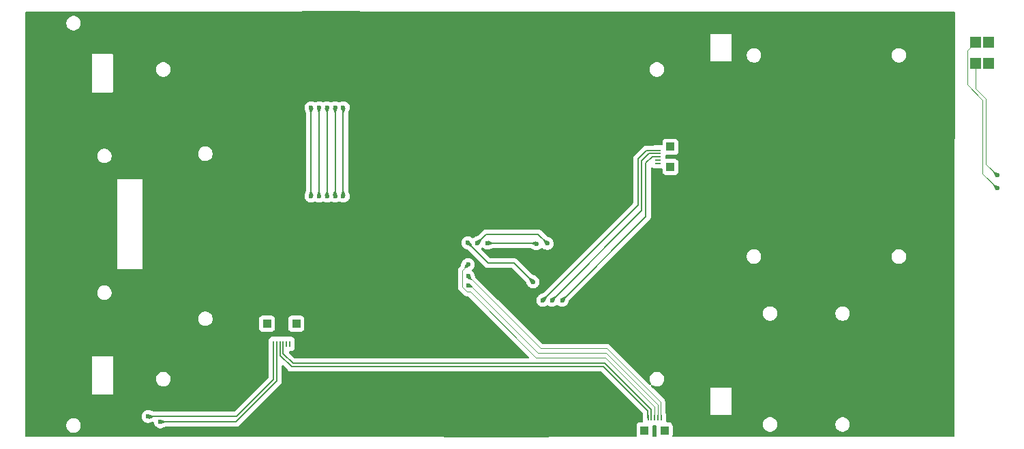
<source format=gbl>
%TF.GenerationSoftware,KiCad,Pcbnew,9.0.3*%
%TF.CreationDate,2025-08-11T00:11:25+03:00*%
%TF.ProjectId,Back,4261636b-2e6b-4696-9361-645f70636258,rev?*%
%TF.SameCoordinates,Original*%
%TF.FileFunction,Copper,L2,Bot*%
%TF.FilePolarity,Positive*%
%FSLAX46Y46*%
G04 Gerber Fmt 4.6, Leading zero omitted, Abs format (unit mm)*
G04 Created by KiCad (PCBNEW 9.0.3) date 2025-08-11 00:11:25*
%MOMM*%
%LPD*%
G01*
G04 APERTURE LIST*
%TA.AperFunction,SMDPad,CuDef*%
%ADD10R,0.240000X0.800000*%
%TD*%
%TA.AperFunction,SMDPad,CuDef*%
%ADD11R,1.000000X1.000000*%
%TD*%
%TA.AperFunction,SMDPad,CuDef*%
%ADD12R,1.400000X1.400000*%
%TD*%
%TA.AperFunction,SMDPad,CuDef*%
%ADD13R,0.800000X0.240000*%
%TD*%
%TA.AperFunction,ViaPad*%
%ADD14C,0.600000*%
%TD*%
%TA.AperFunction,Conductor*%
%ADD15C,0.200000*%
%TD*%
%TA.AperFunction,Conductor*%
%ADD16C,0.100000*%
%TD*%
G04 APERTURE END LIST*
D10*
%TO.P,J5,1,Pin_1*%
%TO.N,Net-(J5-Pin_1)*%
X90350000Y-91360000D03*
%TO.P,J5,2,Pin_2*%
%TO.N,Net-(J5-Pin_2)*%
X90750000Y-91360000D03*
%TO.P,J5,3,Pin_3*%
%TO.N,Net-(J2-Pin_5)*%
X91150000Y-91360000D03*
%TO.P,J5,4,Pin_4*%
%TO.N,Net-(J2-Pin_4)*%
X91550000Y-91360000D03*
%TO.P,J5,5,Pin_5*%
%TO.N,unconnected-(J5-Pin_5-Pad5)*%
X91950000Y-91360000D03*
%TO.P,J5,6,Pin_6*%
%TO.N,unconnected-(J5-Pin_6-Pad6)*%
X92350000Y-91360000D03*
D11*
%TO.P,J5,SH*%
%TO.N,N/C*%
X93170000Y-88860000D03*
X89530000Y-88860000D03*
%TD*%
D10*
%TO.P,J2,1,Pin_1*%
%TO.N,Net-(J1-Pin_14)*%
X138460000Y-100545000D03*
%TO.P,J2,2,Pin_2*%
%TO.N,Net-(J1-Pin_13)*%
X138060000Y-100545000D03*
%TO.P,J2,3,Pin_3*%
%TO.N,Net-(J1-Pin_15)*%
X137660000Y-100545000D03*
%TO.P,J2,4,Pin_4*%
%TO.N,Net-(J2-Pin_4)*%
X137260000Y-100545000D03*
%TO.P,J2,5,Pin_5*%
%TO.N,Net-(J2-Pin_5)*%
X136860000Y-100545000D03*
D11*
%TO.P,J2,SH*%
%TO.N,N/C*%
X136420000Y-102095000D03*
X138900000Y-102095000D03*
%TD*%
D12*
%TO.P,SW14,1,A*%
%TO.N,Net-(J3-Pin_4)*%
X177540000Y-56500000D03*
%TO.P,SW14,2,B*%
%TO.N,Net-(J3-Pin_5)*%
X177560000Y-53850000D03*
%TO.P,SW14,3*%
%TO.N,N/C*%
X179140000Y-56490000D03*
%TO.P,SW14,4*%
X179140000Y-53870000D03*
%TD*%
D13*
%TO.P,SW12,1,B*%
%TO.N,Net-(J1-Pin_32)*%
X138080000Y-67310000D03*
%TO.P,SW12,2,C*%
%TO.N,Net-(J1-Pin_33)*%
X138080000Y-67710000D03*
%TO.P,SW12,3,A*%
%TO.N,Net-(J1-Pin_34)*%
X138080000Y-68110000D03*
%TO.P,SW12,4*%
%TO.N,N/C*%
X138080000Y-68510000D03*
%TO.P,SW12,5*%
X138080000Y-68910000D03*
D11*
%TO.P,SW12,SH*%
X139630000Y-69350000D03*
X139630000Y-66870000D03*
%TD*%
D14*
%TO.N,Net-(J1-Pin_30)*%
X122580000Y-83670000D03*
X114480000Y-78800000D03*
%TO.N,Net-(J1-Pin_17)*%
X116940000Y-78840000D03*
X122980000Y-78900000D03*
%TO.N,Net-(J1-Pin_16)*%
X124330000Y-78880000D03*
X115650000Y-78840000D03*
%TO.N,Net-(J1-Pin_14)*%
X114500000Y-82940000D03*
%TO.N,Net-(J5-Pin_1)*%
X74770000Y-100390000D03*
%TO.N,Net-(J5-Pin_2)*%
X76280000Y-101040000D03*
%TO.N,Net-(J1-Pin_32)*%
X123770000Y-85950000D03*
%TO.N,Net-(J1-Pin_33)*%
X124910000Y-85960000D03*
%TO.N,Net-(J1-Pin_34)*%
X126180000Y-85960000D03*
%TO.N,Net-(J1-Pin_13)*%
X114497128Y-84082872D03*
%TO.N,Net-(J1-Pin_15)*%
X114500000Y-81490000D03*
%TO.N,Net-(J1-Pin_9)*%
X97000000Y-73000000D03*
X97000000Y-62000000D03*
%TO.N,Net-(J1-Pin_5)*%
X95000000Y-73000000D03*
X95000000Y-62000000D03*
%TO.N,Net-(J1-Pin_7)*%
X96000000Y-73000000D03*
X96000000Y-62000000D03*
%TO.N,Net-(J1-Pin_10)*%
X98000000Y-73000000D03*
X98000000Y-62000000D03*
%TO.N,Net-(J1-Pin_11)*%
X99000000Y-73000000D03*
X99000000Y-62000000D03*
%TO.N,Net-(J3-Pin_5)*%
X180200000Y-72000000D03*
%TO.N,Net-(J3-Pin_4)*%
X180220000Y-70420000D03*
%TD*%
D15*
%TO.N,Net-(J1-Pin_30)*%
X122580000Y-83670000D02*
X120250000Y-81340000D01*
X120250000Y-81340000D02*
X117020000Y-81340000D01*
X117020000Y-81340000D02*
X114480000Y-78800000D01*
%TO.N,Net-(J1-Pin_17)*%
X122980000Y-78940000D02*
X122980000Y-78900000D01*
X122880000Y-78840000D02*
X122980000Y-78940000D01*
X116940000Y-78840000D02*
X122880000Y-78840000D01*
%TO.N,Net-(J1-Pin_16)*%
X115650000Y-78840000D02*
X116770000Y-77720000D01*
X116770000Y-77720000D02*
X123170000Y-77720000D01*
X123170000Y-77720000D02*
X124330000Y-78880000D01*
D16*
%TO.N,Net-(J1-Pin_14)*%
X123480000Y-91920000D02*
X114500000Y-82940000D01*
X138440000Y-100535000D02*
X138440000Y-98610000D01*
X131750000Y-91920000D02*
X123480000Y-91920000D01*
X138440000Y-98610000D02*
X131750000Y-91920000D01*
D15*
%TO.N,Net-(J5-Pin_1)*%
X90350000Y-95770000D02*
X90350000Y-91360000D01*
X85730000Y-100390000D02*
X90350000Y-95770000D01*
X74770000Y-100390000D02*
X85730000Y-100390000D01*
%TO.N,Net-(J5-Pin_2)*%
X90750000Y-95970000D02*
X90750000Y-91360000D01*
X76280000Y-101040000D02*
X85680000Y-101040000D01*
X85680000Y-101040000D02*
X90750000Y-95970000D01*
%TO.N,Net-(J1-Pin_32)*%
X135590000Y-74130000D02*
X135590000Y-68370000D01*
X135590000Y-68370000D02*
X136650000Y-67310000D01*
X136650000Y-67310000D02*
X138080000Y-67310000D01*
X123770000Y-85950000D02*
X135590000Y-74130000D01*
%TO.N,Net-(J1-Pin_33)*%
X136080000Y-74790000D02*
X136080000Y-68630000D01*
X136080000Y-68630000D02*
X137000000Y-67710000D01*
X137000000Y-67710000D02*
X138080000Y-67710000D01*
X124910000Y-85960000D02*
X136080000Y-74790000D01*
%TO.N,Net-(J1-Pin_34)*%
X136590000Y-68890000D02*
X137370000Y-68110000D01*
X126180000Y-85960000D02*
X136590000Y-75550000D01*
X137370000Y-68110000D02*
X138080000Y-68110000D01*
X136590000Y-75550000D02*
X136590000Y-68890000D01*
D16*
%TO.N,Net-(J1-Pin_13)*%
X114782872Y-84082872D02*
X123210000Y-92510000D01*
X123210000Y-92510000D02*
X131640000Y-92510000D01*
X138060000Y-98930000D02*
X138060000Y-100515000D01*
X131640000Y-92510000D02*
X138060000Y-98930000D01*
X114497128Y-84082872D02*
X114782872Y-84082872D01*
%TO.N,Net-(J1-Pin_15)*%
X114500000Y-81490000D02*
X113790000Y-82200000D01*
X113790000Y-82200000D02*
X113790000Y-84280000D01*
X114390000Y-84880000D02*
X114750000Y-84880000D01*
X137640000Y-99160000D02*
X137640000Y-100535000D01*
X122910000Y-93040000D02*
X131520000Y-93040000D01*
X114750000Y-84880000D02*
X122910000Y-93040000D01*
X113790000Y-84280000D02*
X114390000Y-84880000D01*
X131520000Y-93040000D02*
X137640000Y-99160000D01*
D15*
%TO.N,Net-(J1-Pin_9)*%
X97020000Y-62020000D02*
X97000000Y-62000000D01*
X97020000Y-72960000D02*
X97020000Y-62020000D01*
%TO.N,Net-(J1-Pin_5)*%
X95000000Y-62000000D02*
X95000000Y-73000000D01*
%TO.N,Net-(J1-Pin_7)*%
X95870000Y-73020000D02*
X96000000Y-72890000D01*
X96000000Y-72890000D02*
X96000000Y-62000000D01*
%TO.N,Net-(J1-Pin_10)*%
X98000000Y-72990000D02*
X98000000Y-62000000D01*
%TO.N,Net-(J1-Pin_11)*%
X99000000Y-62000000D02*
X99000000Y-72990000D01*
X99000000Y-72990000D02*
X99020000Y-73010000D01*
D16*
%TO.N,Net-(J3-Pin_5)*%
X178410000Y-61040000D02*
X176510000Y-59140000D01*
X176510000Y-54900000D02*
X177560000Y-53850000D01*
X180200000Y-72000000D02*
X178410000Y-70210000D01*
X176510000Y-59140000D02*
X176510000Y-54900000D01*
X178410000Y-70210000D02*
X178410000Y-61040000D01*
%TO.N,Net-(J3-Pin_4)*%
X178800000Y-60900000D02*
X177540000Y-59640000D01*
X180220000Y-70420000D02*
X178800000Y-69000000D01*
X177540000Y-59640000D02*
X177540000Y-56500000D01*
X178800000Y-69000000D02*
X178800000Y-60900000D01*
D15*
%TO.N,Net-(J2-Pin_5)*%
X91150000Y-91360000D02*
X91150000Y-92780000D01*
X92570000Y-94200000D02*
X131330000Y-94200000D01*
X131330000Y-94200000D02*
X136840000Y-99710000D01*
X91150000Y-92780000D02*
X92570000Y-94200000D01*
X136840000Y-99710000D02*
X136840000Y-100535000D01*
%TO.N,Net-(J2-Pin_4)*%
X137240000Y-99500000D02*
X137240000Y-100535000D01*
X131509000Y-93769000D02*
X137240000Y-99500000D01*
X91550000Y-91360000D02*
X91550000Y-92560000D01*
X92759000Y-93769000D02*
X131509000Y-93769000D01*
X91550000Y-92560000D02*
X92759000Y-93769000D01*
%TD*%
%TA.AperFunction,Conductor*%
%TO.N,Net-(J1-Pin_9)*%
G36*
X97119775Y-72409191D02*
G01*
X97122628Y-72413845D01*
X97290175Y-72928988D01*
X97289475Y-72937916D01*
X97282668Y-72943733D01*
X97281369Y-72944075D01*
X97002320Y-73000530D01*
X96997680Y-73000530D01*
X96719518Y-72944255D01*
X96712089Y-72939255D01*
X96710370Y-72930467D01*
X96710971Y-72928451D01*
X96917058Y-72413119D01*
X96923312Y-72406710D01*
X96927922Y-72405764D01*
X97111502Y-72405764D01*
X97119775Y-72409191D01*
G37*
%TD.AperFunction*%
%TD*%
%TA.AperFunction,Conductor*%
%TO.N,Net-(J1-Pin_7)*%
G36*
X96280930Y-62055835D02*
G01*
X96288358Y-62060834D01*
X96290077Y-62069622D01*
X96289608Y-62071290D01*
X96102796Y-62586524D01*
X96096755Y-62593134D01*
X96091797Y-62594236D01*
X95908203Y-62594236D01*
X95899930Y-62590809D01*
X95897204Y-62586524D01*
X95849544Y-62455078D01*
X95710391Y-62071288D01*
X95710792Y-62062344D01*
X95717402Y-62056303D01*
X95719056Y-62055837D01*
X95997682Y-61999469D01*
X96002318Y-61999469D01*
X96280930Y-62055835D01*
G37*
%TD.AperFunction*%
%TD*%
%TA.AperFunction,Conductor*%
%TO.N,Net-(J1-Pin_10)*%
G36*
X98100070Y-72409191D02*
G01*
X98102796Y-72413476D01*
X98289608Y-72928709D01*
X98289207Y-72937655D01*
X98282597Y-72943696D01*
X98280929Y-72944165D01*
X98002320Y-73000530D01*
X97997680Y-73000530D01*
X97719070Y-72944165D01*
X97711641Y-72939165D01*
X97709922Y-72930377D01*
X97710387Y-72928720D01*
X97897204Y-72413476D01*
X97903245Y-72406866D01*
X97908203Y-72405764D01*
X98091797Y-72405764D01*
X98100070Y-72409191D01*
G37*
%TD.AperFunction*%
%TD*%
%TA.AperFunction,Conductor*%
%TO.N,Net-(J1-Pin_5)*%
G36*
X95280930Y-62055835D02*
G01*
X95288358Y-62060834D01*
X95290077Y-62069622D01*
X95289608Y-62071290D01*
X95102796Y-62586524D01*
X95096755Y-62593134D01*
X95091797Y-62594236D01*
X94908203Y-62594236D01*
X94899930Y-62590809D01*
X94897204Y-62586524D01*
X94849544Y-62455078D01*
X94710391Y-62071288D01*
X94710792Y-62062344D01*
X94717402Y-62056303D01*
X94719056Y-62055837D01*
X94997682Y-61999469D01*
X95002318Y-61999469D01*
X95280930Y-62055835D01*
G37*
%TD.AperFunction*%
%TD*%
%TA.AperFunction,Conductor*%
%TO.N,Net-(J1-Pin_7)*%
G36*
X96100070Y-72409191D02*
G01*
X96102796Y-72413476D01*
X96289608Y-72928709D01*
X96289207Y-72937655D01*
X96282597Y-72943696D01*
X96280929Y-72944165D01*
X96002320Y-73000530D01*
X95997680Y-73000530D01*
X95719070Y-72944165D01*
X95711641Y-72939165D01*
X95709922Y-72930377D01*
X95710387Y-72928720D01*
X95897204Y-72413476D01*
X95903245Y-72406866D01*
X95908203Y-72405764D01*
X96091797Y-72405764D01*
X96100070Y-72409191D01*
G37*
%TD.AperFunction*%
%TD*%
%TA.AperFunction,Conductor*%
%TO.N,Net-(J1-Pin_33)*%
G36*
X125265277Y-85474902D02*
G01*
X125395097Y-85604722D01*
X125398524Y-85612995D01*
X125397422Y-85617953D01*
X125165193Y-86114373D01*
X125158583Y-86120414D01*
X125149637Y-86120013D01*
X125148127Y-86119164D01*
X124911265Y-85962015D01*
X124907984Y-85958734D01*
X124750835Y-85721872D01*
X124749116Y-85713084D01*
X124754116Y-85705655D01*
X124755621Y-85704808D01*
X125252048Y-85472576D01*
X125260992Y-85472176D01*
X125265277Y-85474902D01*
G37*
%TD.AperFunction*%
%TD*%
%TA.AperFunction,Conductor*%
%TO.N,Net-(J1-Pin_11)*%
G36*
X99100070Y-72409191D02*
G01*
X99102796Y-72413476D01*
X99289608Y-72928709D01*
X99289207Y-72937655D01*
X99282597Y-72943696D01*
X99280929Y-72944165D01*
X99002320Y-73000530D01*
X98997680Y-73000530D01*
X98719070Y-72944165D01*
X98711641Y-72939165D01*
X98709922Y-72930377D01*
X98710387Y-72928720D01*
X98897204Y-72413476D01*
X98903245Y-72406866D01*
X98908203Y-72405764D01*
X99091797Y-72405764D01*
X99100070Y-72409191D01*
G37*
%TD.AperFunction*%
%TD*%
%TA.AperFunction,Conductor*%
%TO.N,Net-(J1-Pin_11)*%
G36*
X99280930Y-62055835D02*
G01*
X99288358Y-62060834D01*
X99290077Y-62069622D01*
X99289608Y-62071290D01*
X99102796Y-62586524D01*
X99096755Y-62593134D01*
X99091797Y-62594236D01*
X98908203Y-62594236D01*
X98899930Y-62590809D01*
X98897204Y-62586524D01*
X98849544Y-62455078D01*
X98710391Y-62071288D01*
X98710792Y-62062344D01*
X98717402Y-62056303D01*
X98719056Y-62055837D01*
X98997682Y-61999469D01*
X99002318Y-61999469D01*
X99280930Y-62055835D01*
G37*
%TD.AperFunction*%
%TD*%
%TA.AperFunction,Conductor*%
%TO.N,Net-(J5-Pin_2)*%
G36*
X76351282Y-100750389D02*
G01*
X76866525Y-100937204D01*
X76873134Y-100943244D01*
X76874236Y-100948202D01*
X76874236Y-101131797D01*
X76870809Y-101140070D01*
X76866524Y-101142796D01*
X76351290Y-101329608D01*
X76342344Y-101329207D01*
X76336303Y-101322597D01*
X76335837Y-101320939D01*
X76279469Y-101042318D01*
X76279469Y-101037680D01*
X76335835Y-100759067D01*
X76340834Y-100751641D01*
X76349622Y-100749922D01*
X76351282Y-100750389D01*
G37*
%TD.AperFunction*%
%TD*%
%TA.AperFunction,Conductor*%
%TO.N,Net-(J1-Pin_32)*%
G36*
X124125277Y-85464902D02*
G01*
X124255097Y-85594722D01*
X124258524Y-85602995D01*
X124257422Y-85607953D01*
X124025193Y-86104373D01*
X124018583Y-86110414D01*
X124009637Y-86110013D01*
X124008127Y-86109164D01*
X123771265Y-85952015D01*
X123767984Y-85948734D01*
X123610835Y-85711872D01*
X123609116Y-85703084D01*
X123614116Y-85695655D01*
X123615621Y-85694808D01*
X124112048Y-85462576D01*
X124120992Y-85462176D01*
X124125277Y-85464902D01*
G37*
%TD.AperFunction*%
%TD*%
%TA.AperFunction,Conductor*%
%TO.N,Net-(J1-Pin_16)*%
G36*
X123987949Y-78392576D02*
G01*
X124298713Y-78537953D01*
X124484373Y-78624806D01*
X124490414Y-78631416D01*
X124490013Y-78640362D01*
X124489164Y-78641872D01*
X124332015Y-78878734D01*
X124328734Y-78882015D01*
X124091872Y-79039164D01*
X124083084Y-79040883D01*
X124075655Y-79035883D01*
X124074806Y-79034373D01*
X124001997Y-78878734D01*
X123842576Y-78537951D01*
X123842176Y-78529007D01*
X123844900Y-78524724D01*
X123974723Y-78394901D01*
X123982995Y-78391475D01*
X123987949Y-78392576D01*
G37*
%TD.AperFunction*%
%TD*%
%TA.AperFunction,Conductor*%
%TO.N,Net-(J3-Pin_5)*%
G36*
X179822166Y-71547003D02*
G01*
X180249120Y-71702341D01*
X180255723Y-71708390D01*
X180256601Y-71715587D01*
X180202219Y-71992989D01*
X180197265Y-72000448D01*
X180192989Y-72002219D01*
X179915587Y-72056601D01*
X179906809Y-72054830D01*
X179902341Y-72049120D01*
X179780992Y-71715587D01*
X179747004Y-71622168D01*
X179747396Y-71613225D01*
X179749723Y-71609901D01*
X179809899Y-71549725D01*
X179818171Y-71546299D01*
X179822166Y-71547003D01*
G37*
%TD.AperFunction*%
%TD*%
%TA.AperFunction,Conductor*%
%TO.N,Net-(J1-Pin_13)*%
G36*
X114753282Y-83924284D02*
G01*
X115032036Y-84259934D01*
X115034685Y-84268488D01*
X115031308Y-84275682D01*
X114971126Y-84335864D01*
X114963934Y-84339241D01*
X114566134Y-84376136D01*
X114557579Y-84373488D01*
X114553583Y-84366792D01*
X114497968Y-84089869D01*
X114499699Y-84081085D01*
X114502967Y-84077821D01*
X114737813Y-83922009D01*
X114746601Y-83920291D01*
X114753282Y-83924284D01*
G37*
%TD.AperFunction*%
%TD*%
%TA.AperFunction,Conductor*%
%TO.N,Net-(J1-Pin_16)*%
G36*
X116005277Y-78354902D02*
G01*
X116135097Y-78484722D01*
X116138524Y-78492995D01*
X116137422Y-78497953D01*
X115905193Y-78994373D01*
X115898583Y-79000414D01*
X115889637Y-79000013D01*
X115888127Y-78999164D01*
X115651265Y-78842015D01*
X115647984Y-78838734D01*
X115490835Y-78601872D01*
X115489116Y-78593084D01*
X115494116Y-78585655D01*
X115495621Y-78584808D01*
X115992048Y-78352576D01*
X116000992Y-78352176D01*
X116005277Y-78354902D01*
G37*
%TD.AperFunction*%
%TD*%
%TA.AperFunction,Conductor*%
%TO.N,Net-(J1-Pin_9)*%
G36*
X97208279Y-62041137D02*
G01*
X97281369Y-62055924D01*
X97288798Y-62060924D01*
X97290517Y-62069712D01*
X97290175Y-62071011D01*
X97122628Y-62586155D01*
X97116811Y-62592962D01*
X97111502Y-62594236D01*
X96927922Y-62594236D01*
X96919649Y-62590809D01*
X96917058Y-62586880D01*
X96710974Y-62071556D01*
X96711084Y-62062602D01*
X96717494Y-62056348D01*
X96719513Y-62055745D01*
X96997682Y-61999469D01*
X97002318Y-61999469D01*
X97208279Y-62041137D01*
G37*
%TD.AperFunction*%
%TD*%
%TA.AperFunction,Conductor*%
%TO.N,Net-(J5-Pin_1)*%
G36*
X74841282Y-100100389D02*
G01*
X75356525Y-100287204D01*
X75363134Y-100293244D01*
X75364236Y-100298202D01*
X75364236Y-100481797D01*
X75360809Y-100490070D01*
X75356524Y-100492796D01*
X74841290Y-100679608D01*
X74832344Y-100679207D01*
X74826303Y-100672597D01*
X74825837Y-100670939D01*
X74769469Y-100392318D01*
X74769469Y-100387680D01*
X74825835Y-100109067D01*
X74830834Y-100101641D01*
X74839622Y-100099922D01*
X74841282Y-100100389D01*
G37*
%TD.AperFunction*%
%TD*%
%TA.AperFunction,Conductor*%
%TO.N,Net-(J1-Pin_15)*%
G36*
X114484930Y-81486200D02*
G01*
X114492989Y-81487780D01*
X114500448Y-81492734D01*
X114502219Y-81497010D01*
X114556601Y-81774412D01*
X114554830Y-81783190D01*
X114549120Y-81787658D01*
X114122171Y-81942995D01*
X114113225Y-81942603D01*
X114109898Y-81940273D01*
X114049726Y-81880101D01*
X114046299Y-81871828D01*
X114047002Y-81867834D01*
X114202342Y-81440877D01*
X114208390Y-81434276D01*
X114215584Y-81433398D01*
X114484930Y-81486200D01*
G37*
%TD.AperFunction*%
%TD*%
%TA.AperFunction,Conductor*%
%TO.N,Net-(J1-Pin_30)*%
G36*
X122237949Y-83182576D02*
G01*
X122548713Y-83327953D01*
X122734373Y-83414806D01*
X122740414Y-83421416D01*
X122740013Y-83430362D01*
X122739164Y-83431872D01*
X122582015Y-83668734D01*
X122578734Y-83672015D01*
X122341872Y-83829164D01*
X122333084Y-83830883D01*
X122325655Y-83825883D01*
X122324806Y-83824373D01*
X122251997Y-83668734D01*
X122092576Y-83327951D01*
X122092176Y-83319007D01*
X122094900Y-83314724D01*
X122224723Y-83184901D01*
X122232995Y-83181475D01*
X122237949Y-83182576D01*
G37*
%TD.AperFunction*%
%TD*%
%TA.AperFunction,NonConductor*%
G36*
X137842539Y-101465184D02*
G01*
X137888294Y-101517988D01*
X137899500Y-101569499D01*
X137899500Y-102634178D01*
X137899500Y-102634183D01*
X137899501Y-102642872D01*
X137905909Y-102702483D01*
X137920535Y-102741699D01*
X137922491Y-102751693D01*
X137920168Y-102776754D01*
X137921964Y-102801859D01*
X137916999Y-102810949D01*
X137916044Y-102821264D01*
X137900540Y-102841092D01*
X137888478Y-102863182D01*
X137879387Y-102868145D01*
X137873007Y-102876306D01*
X137849242Y-102884605D01*
X137827155Y-102896666D01*
X137809172Y-102898599D01*
X137807044Y-102899343D01*
X137805561Y-102898987D01*
X137800798Y-102899500D01*
X137519202Y-102899500D01*
X137452163Y-102879815D01*
X137406408Y-102827011D01*
X137396464Y-102757853D01*
X137403020Y-102732168D01*
X137414090Y-102702485D01*
X137414091Y-102702484D01*
X137414091Y-102702483D01*
X137420500Y-102642873D01*
X137420499Y-101569498D01*
X137423049Y-101560812D01*
X137421761Y-101551852D01*
X137432738Y-101527815D01*
X137440183Y-101502460D01*
X137447025Y-101496531D01*
X137450786Y-101488296D01*
X137473017Y-101474009D01*
X137492987Y-101456705D01*
X137503502Y-101454417D01*
X137509564Y-101450522D01*
X137544493Y-101445499D01*
X137775500Y-101445499D01*
X137842539Y-101465184D01*
G37*
%TD.AperFunction*%
%TA.AperFunction,NonConductor*%
G36*
X100960545Y-50004228D02*
G01*
X101149069Y-50054770D01*
X101149073Y-50054770D01*
X101149076Y-50054771D01*
X101175069Y-50058196D01*
X101422052Y-50090745D01*
X101559724Y-50090763D01*
X101577848Y-50090764D01*
X101577853Y-50090766D01*
X101577854Y-50090765D01*
X174876021Y-50100483D01*
X174943053Y-50120175D01*
X174988801Y-50172985D01*
X175000000Y-50224482D01*
X175000000Y-65810481D01*
X174980315Y-65877520D01*
X174944898Y-65913578D01*
X174943074Y-65914796D01*
X174914799Y-65943071D01*
X174899500Y-65980007D01*
X174899500Y-102775500D01*
X174879815Y-102842539D01*
X174827011Y-102888294D01*
X174775500Y-102899500D01*
X139999202Y-102899500D01*
X139932163Y-102879815D01*
X139886408Y-102827011D01*
X139876464Y-102757853D01*
X139883020Y-102732168D01*
X139894090Y-102702485D01*
X139894091Y-102702484D01*
X139894091Y-102702483D01*
X139900500Y-102642873D01*
X139900499Y-101547128D01*
X139894091Y-101487517D01*
X139885761Y-101465184D01*
X139843797Y-101352671D01*
X139843794Y-101352665D01*
X139794115Y-101286304D01*
X151099500Y-101286304D01*
X151099500Y-101463695D01*
X151134103Y-101637658D01*
X151134106Y-101637667D01*
X151201983Y-101801540D01*
X151201990Y-101801553D01*
X151300535Y-101949034D01*
X151300538Y-101949038D01*
X151425961Y-102074461D01*
X151425965Y-102074464D01*
X151573446Y-102173009D01*
X151573459Y-102173016D01*
X151696363Y-102223923D01*
X151737334Y-102240894D01*
X151737336Y-102240894D01*
X151737341Y-102240896D01*
X151911304Y-102275499D01*
X151911307Y-102275500D01*
X151911309Y-102275500D01*
X152088693Y-102275500D01*
X152088694Y-102275499D01*
X152146682Y-102263964D01*
X152262658Y-102240896D01*
X152262661Y-102240894D01*
X152262666Y-102240894D01*
X152426547Y-102173013D01*
X152574035Y-102074464D01*
X152699464Y-101949035D01*
X152798013Y-101801547D01*
X152798743Y-101799786D01*
X152819617Y-101749390D01*
X152865894Y-101637666D01*
X152873471Y-101599577D01*
X152895761Y-101487516D01*
X152900500Y-101463691D01*
X152900500Y-101286309D01*
X152900500Y-101286306D01*
X152900499Y-101286304D01*
X160099500Y-101286304D01*
X160099500Y-101463695D01*
X160134103Y-101637658D01*
X160134106Y-101637667D01*
X160201983Y-101801540D01*
X160201990Y-101801553D01*
X160300535Y-101949034D01*
X160300538Y-101949038D01*
X160425961Y-102074461D01*
X160425965Y-102074464D01*
X160573446Y-102173009D01*
X160573459Y-102173016D01*
X160696363Y-102223923D01*
X160737334Y-102240894D01*
X160737336Y-102240894D01*
X160737341Y-102240896D01*
X160911304Y-102275499D01*
X160911307Y-102275500D01*
X160911309Y-102275500D01*
X161088693Y-102275500D01*
X161088694Y-102275499D01*
X161146682Y-102263964D01*
X161262658Y-102240896D01*
X161262661Y-102240894D01*
X161262666Y-102240894D01*
X161426547Y-102173013D01*
X161574035Y-102074464D01*
X161699464Y-101949035D01*
X161798013Y-101801547D01*
X161798743Y-101799786D01*
X161819617Y-101749390D01*
X161865894Y-101637666D01*
X161873471Y-101599577D01*
X161895761Y-101487516D01*
X161900500Y-101463691D01*
X161900500Y-101286309D01*
X161900500Y-101286306D01*
X161900499Y-101286304D01*
X161865896Y-101112341D01*
X161865893Y-101112332D01*
X161798016Y-100948459D01*
X161798009Y-100948446D01*
X161699464Y-100800965D01*
X161699461Y-100800961D01*
X161574038Y-100675538D01*
X161574034Y-100675535D01*
X161426553Y-100576990D01*
X161426540Y-100576983D01*
X161262667Y-100509106D01*
X161262658Y-100509103D01*
X161088694Y-100474500D01*
X161088691Y-100474500D01*
X160911309Y-100474500D01*
X160911306Y-100474500D01*
X160737341Y-100509103D01*
X160737332Y-100509106D01*
X160573459Y-100576983D01*
X160573446Y-100576990D01*
X160425965Y-100675535D01*
X160425961Y-100675538D01*
X160300538Y-100800961D01*
X160300535Y-100800965D01*
X160201990Y-100948446D01*
X160201983Y-100948459D01*
X160134106Y-101112332D01*
X160134103Y-101112341D01*
X160099500Y-101286304D01*
X152900499Y-101286304D01*
X152865896Y-101112341D01*
X152865893Y-101112332D01*
X152798016Y-100948459D01*
X152798009Y-100948446D01*
X152699464Y-100800965D01*
X152699461Y-100800961D01*
X152574038Y-100675538D01*
X152574034Y-100675535D01*
X152426553Y-100576990D01*
X152426540Y-100576983D01*
X152262667Y-100509106D01*
X152262658Y-100509103D01*
X152088694Y-100474500D01*
X152088691Y-100474500D01*
X151911309Y-100474500D01*
X151911306Y-100474500D01*
X151737341Y-100509103D01*
X151737332Y-100509106D01*
X151573459Y-100576983D01*
X151573446Y-100576990D01*
X151425965Y-100675535D01*
X151425961Y-100675538D01*
X151300538Y-100800961D01*
X151300535Y-100800965D01*
X151201990Y-100948446D01*
X151201983Y-100948459D01*
X151134106Y-101112332D01*
X151134103Y-101112341D01*
X151099500Y-101286304D01*
X139794115Y-101286304D01*
X139784523Y-101273491D01*
X139757546Y-101237454D01*
X139757544Y-101237453D01*
X139757544Y-101237452D01*
X139642335Y-101151206D01*
X139642328Y-101151202D01*
X139507482Y-101100908D01*
X139507483Y-101100908D01*
X139447883Y-101094501D01*
X139447881Y-101094500D01*
X139447873Y-101094500D01*
X139447865Y-101094500D01*
X139204500Y-101094500D01*
X139137461Y-101074815D01*
X139091706Y-101022011D01*
X139080500Y-100970500D01*
X139080499Y-100097129D01*
X139080498Y-100097123D01*
X139074091Y-100037516D01*
X139023797Y-99902671D01*
X139023793Y-99902664D01*
X139015233Y-99891229D01*
X138990816Y-99825765D01*
X138990500Y-99816919D01*
X138990500Y-98537527D01*
X138990500Y-98537525D01*
X138952984Y-98397515D01*
X138942583Y-98379500D01*
X138880510Y-98271985D01*
X137468532Y-96860007D01*
X144599500Y-96860007D01*
X144599500Y-100119992D01*
X144614799Y-100156928D01*
X144614800Y-100156929D01*
X144643071Y-100185200D01*
X144680009Y-100200500D01*
X144680011Y-100200500D01*
X147119989Y-100200500D01*
X147119991Y-100200500D01*
X147156929Y-100185200D01*
X147185200Y-100156929D01*
X147200500Y-100119991D01*
X147200500Y-96860009D01*
X147185200Y-96823071D01*
X147156929Y-96794800D01*
X147156928Y-96794799D01*
X147119992Y-96779500D01*
X147119991Y-96779500D01*
X144719991Y-96779500D01*
X144680009Y-96779500D01*
X144680007Y-96779500D01*
X144643071Y-96794799D01*
X144614799Y-96823071D01*
X144599500Y-96860007D01*
X137468532Y-96860007D01*
X137247659Y-96639134D01*
X137214174Y-96577811D01*
X137219158Y-96508119D01*
X137261030Y-96452186D01*
X137326494Y-96427769D01*
X137394767Y-96442621D01*
X137404231Y-96448351D01*
X137416451Y-96456516D01*
X137523453Y-96528013D01*
X137523455Y-96528014D01*
X137523459Y-96528016D01*
X137643677Y-96577811D01*
X137687334Y-96595894D01*
X137687336Y-96595894D01*
X137687341Y-96595896D01*
X137861304Y-96630499D01*
X137861307Y-96630500D01*
X137861309Y-96630500D01*
X138038693Y-96630500D01*
X138038694Y-96630499D01*
X138096682Y-96618964D01*
X138212658Y-96595896D01*
X138212661Y-96595894D01*
X138212666Y-96595894D01*
X138376547Y-96528013D01*
X138524035Y-96429464D01*
X138649464Y-96304035D01*
X138748013Y-96156547D01*
X138815894Y-95992666D01*
X138850500Y-95818691D01*
X138850500Y-95641309D01*
X138850500Y-95641306D01*
X138850499Y-95641304D01*
X138815896Y-95467341D01*
X138815893Y-95467332D01*
X138748016Y-95303459D01*
X138748009Y-95303446D01*
X138649464Y-95155965D01*
X138649461Y-95155961D01*
X138524038Y-95030538D01*
X138524034Y-95030535D01*
X138376553Y-94931990D01*
X138376540Y-94931983D01*
X138212667Y-94864106D01*
X138212658Y-94864103D01*
X138038694Y-94829500D01*
X138038691Y-94829500D01*
X137861309Y-94829500D01*
X137861306Y-94829500D01*
X137687341Y-94864103D01*
X137687332Y-94864106D01*
X137523459Y-94931983D01*
X137523446Y-94931990D01*
X137375965Y-95030535D01*
X137375961Y-95030538D01*
X137250538Y-95155961D01*
X137250535Y-95155965D01*
X137151990Y-95303446D01*
X137151983Y-95303459D01*
X137084106Y-95467332D01*
X137084103Y-95467341D01*
X137049500Y-95641304D01*
X137049500Y-95818695D01*
X137084103Y-95992658D01*
X137084106Y-95992667D01*
X137151983Y-96156540D01*
X137151990Y-96156553D01*
X137231648Y-96275768D01*
X137252526Y-96342445D01*
X137234042Y-96409825D01*
X137182063Y-96456516D01*
X137113093Y-96467692D01*
X137049029Y-96439807D01*
X137040865Y-96432340D01*
X132088016Y-91479491D01*
X132088015Y-91479490D01*
X131962485Y-91407016D01*
X131962486Y-91407016D01*
X131927482Y-91397637D01*
X131822475Y-91369500D01*
X131822472Y-91369500D01*
X123759387Y-91369500D01*
X123692348Y-91349815D01*
X123671706Y-91333181D01*
X119836829Y-87498304D01*
X151099500Y-87498304D01*
X151099500Y-87675695D01*
X151134103Y-87849658D01*
X151134106Y-87849667D01*
X151201983Y-88013540D01*
X151201990Y-88013553D01*
X151300535Y-88161034D01*
X151300538Y-88161038D01*
X151425961Y-88286461D01*
X151425965Y-88286464D01*
X151573446Y-88385009D01*
X151573459Y-88385016D01*
X151691850Y-88434054D01*
X151737334Y-88452894D01*
X151737336Y-88452894D01*
X151737341Y-88452896D01*
X151911304Y-88487499D01*
X151911307Y-88487500D01*
X151911309Y-88487500D01*
X152088693Y-88487500D01*
X152088694Y-88487499D01*
X152146682Y-88475964D01*
X152262658Y-88452896D01*
X152262661Y-88452894D01*
X152262666Y-88452894D01*
X152426547Y-88385013D01*
X152574035Y-88286464D01*
X152699464Y-88161035D01*
X152798013Y-88013547D01*
X152865894Y-87849666D01*
X152874887Y-87804459D01*
X152900499Y-87675695D01*
X152900500Y-87675693D01*
X152900500Y-87498306D01*
X152900499Y-87498304D01*
X160099500Y-87498304D01*
X160099500Y-87675695D01*
X160134103Y-87849658D01*
X160134106Y-87849667D01*
X160201983Y-88013540D01*
X160201990Y-88013553D01*
X160300535Y-88161034D01*
X160300538Y-88161038D01*
X160425961Y-88286461D01*
X160425965Y-88286464D01*
X160573446Y-88385009D01*
X160573459Y-88385016D01*
X160691850Y-88434054D01*
X160737334Y-88452894D01*
X160737336Y-88452894D01*
X160737341Y-88452896D01*
X160911304Y-88487499D01*
X160911307Y-88487500D01*
X160911309Y-88487500D01*
X161088693Y-88487500D01*
X161088694Y-88487499D01*
X161146682Y-88475964D01*
X161262658Y-88452896D01*
X161262661Y-88452894D01*
X161262666Y-88452894D01*
X161426547Y-88385013D01*
X161574035Y-88286464D01*
X161699464Y-88161035D01*
X161798013Y-88013547D01*
X161865894Y-87849666D01*
X161874887Y-87804459D01*
X161900499Y-87675695D01*
X161900500Y-87675693D01*
X161900500Y-87498306D01*
X161900499Y-87498304D01*
X161865896Y-87324341D01*
X161865893Y-87324332D01*
X161798016Y-87160459D01*
X161798009Y-87160446D01*
X161699464Y-87012965D01*
X161699461Y-87012961D01*
X161574038Y-86887538D01*
X161574034Y-86887535D01*
X161426553Y-86788990D01*
X161426540Y-86788983D01*
X161262667Y-86721106D01*
X161262658Y-86721103D01*
X161088694Y-86686500D01*
X161088691Y-86686500D01*
X160911309Y-86686500D01*
X160911306Y-86686500D01*
X160737341Y-86721103D01*
X160737332Y-86721106D01*
X160573459Y-86788983D01*
X160573446Y-86788990D01*
X160425965Y-86887535D01*
X160425961Y-86887538D01*
X160300538Y-87012961D01*
X160300535Y-87012965D01*
X160201990Y-87160446D01*
X160201983Y-87160459D01*
X160134106Y-87324332D01*
X160134103Y-87324341D01*
X160099500Y-87498304D01*
X152900499Y-87498304D01*
X152865896Y-87324341D01*
X152865893Y-87324332D01*
X152798016Y-87160459D01*
X152798009Y-87160446D01*
X152699464Y-87012965D01*
X152699461Y-87012961D01*
X152574038Y-86887538D01*
X152574034Y-86887535D01*
X152426553Y-86788990D01*
X152426540Y-86788983D01*
X152262667Y-86721106D01*
X152262658Y-86721103D01*
X152088694Y-86686500D01*
X152088691Y-86686500D01*
X151911309Y-86686500D01*
X151911306Y-86686500D01*
X151737341Y-86721103D01*
X151737332Y-86721106D01*
X151573459Y-86788983D01*
X151573446Y-86788990D01*
X151425965Y-86887535D01*
X151425961Y-86887538D01*
X151300538Y-87012961D01*
X151300535Y-87012965D01*
X151201990Y-87160446D01*
X151201983Y-87160459D01*
X151134106Y-87324332D01*
X151134103Y-87324341D01*
X151099500Y-87498304D01*
X119836829Y-87498304D01*
X118209678Y-85871153D01*
X122969500Y-85871153D01*
X122969500Y-86028846D01*
X123000261Y-86183489D01*
X123000264Y-86183501D01*
X123060602Y-86329172D01*
X123060609Y-86329185D01*
X123148210Y-86460288D01*
X123148213Y-86460292D01*
X123259707Y-86571786D01*
X123259711Y-86571789D01*
X123390814Y-86659390D01*
X123390827Y-86659397D01*
X123536498Y-86719735D01*
X123536503Y-86719737D01*
X123691153Y-86750499D01*
X123691156Y-86750500D01*
X123691158Y-86750500D01*
X123848844Y-86750500D01*
X123848845Y-86750499D01*
X124003497Y-86719737D01*
X124116166Y-86673067D01*
X124149172Y-86659397D01*
X124149172Y-86659396D01*
X124149179Y-86659394D01*
X124263626Y-86582923D01*
X124330303Y-86562045D01*
X124397683Y-86580529D01*
X124401408Y-86582923D01*
X124530814Y-86669390D01*
X124530827Y-86669397D01*
X124676498Y-86729735D01*
X124676503Y-86729737D01*
X124831153Y-86760499D01*
X124831156Y-86760500D01*
X124831158Y-86760500D01*
X124988844Y-86760500D01*
X124988845Y-86760499D01*
X125143497Y-86729737D01*
X125289179Y-86669394D01*
X125420289Y-86581789D01*
X125430292Y-86571786D01*
X125457319Y-86544760D01*
X125518642Y-86511275D01*
X125588334Y-86516259D01*
X125632681Y-86544760D01*
X125669707Y-86581786D01*
X125669711Y-86581789D01*
X125800814Y-86669390D01*
X125800827Y-86669397D01*
X125946498Y-86729735D01*
X125946503Y-86729737D01*
X126101153Y-86760499D01*
X126101156Y-86760500D01*
X126101158Y-86760500D01*
X126258844Y-86760500D01*
X126258845Y-86760499D01*
X126413497Y-86729737D01*
X126559179Y-86669394D01*
X126690289Y-86581789D01*
X126801789Y-86470289D01*
X126889394Y-86339179D01*
X126898299Y-86317678D01*
X126900510Y-86312659D01*
X127088125Y-85911608D01*
X127112757Y-85876476D01*
X132577930Y-80411304D01*
X149099500Y-80411304D01*
X149099500Y-80588695D01*
X149134103Y-80762658D01*
X149134106Y-80762667D01*
X149201983Y-80926540D01*
X149201990Y-80926553D01*
X149300535Y-81074034D01*
X149300538Y-81074038D01*
X149425961Y-81199461D01*
X149425965Y-81199464D01*
X149573446Y-81298009D01*
X149573459Y-81298016D01*
X149696363Y-81348923D01*
X149737334Y-81365894D01*
X149737336Y-81365894D01*
X149737341Y-81365896D01*
X149911304Y-81400499D01*
X149911307Y-81400500D01*
X149911309Y-81400500D01*
X150088693Y-81400500D01*
X150088694Y-81400499D01*
X150146682Y-81388964D01*
X150262658Y-81365896D01*
X150262661Y-81365894D01*
X150262666Y-81365894D01*
X150426547Y-81298013D01*
X150574035Y-81199464D01*
X150699464Y-81074035D01*
X150798013Y-80926547D01*
X150865894Y-80762666D01*
X150870503Y-80739499D01*
X150900499Y-80588695D01*
X150900500Y-80588693D01*
X150900500Y-80411306D01*
X150900499Y-80411304D01*
X167099500Y-80411304D01*
X167099500Y-80588695D01*
X167134103Y-80762658D01*
X167134106Y-80762667D01*
X167201983Y-80926540D01*
X167201990Y-80926553D01*
X167300535Y-81074034D01*
X167300538Y-81074038D01*
X167425961Y-81199461D01*
X167425965Y-81199464D01*
X167573446Y-81298009D01*
X167573459Y-81298016D01*
X167696363Y-81348923D01*
X167737334Y-81365894D01*
X167737336Y-81365894D01*
X167737341Y-81365896D01*
X167911304Y-81400499D01*
X167911307Y-81400500D01*
X167911309Y-81400500D01*
X168088693Y-81400500D01*
X168088694Y-81400499D01*
X168146682Y-81388964D01*
X168262658Y-81365896D01*
X168262661Y-81365894D01*
X168262666Y-81365894D01*
X168426547Y-81298013D01*
X168574035Y-81199464D01*
X168699464Y-81074035D01*
X168798013Y-80926547D01*
X168865894Y-80762666D01*
X168870503Y-80739499D01*
X168900499Y-80588695D01*
X168900500Y-80588693D01*
X168900500Y-80411306D01*
X168900499Y-80411304D01*
X168865896Y-80237341D01*
X168865893Y-80237332D01*
X168798016Y-80073459D01*
X168798009Y-80073446D01*
X168699464Y-79925965D01*
X168699461Y-79925961D01*
X168574038Y-79800538D01*
X168574034Y-79800535D01*
X168426553Y-79701990D01*
X168426540Y-79701983D01*
X168262667Y-79634106D01*
X168262658Y-79634103D01*
X168088694Y-79599500D01*
X168088691Y-79599500D01*
X167911309Y-79599500D01*
X167911306Y-79599500D01*
X167737341Y-79634103D01*
X167737332Y-79634106D01*
X167573459Y-79701983D01*
X167573446Y-79701990D01*
X167425965Y-79800535D01*
X167425961Y-79800538D01*
X167300538Y-79925961D01*
X167300535Y-79925965D01*
X167201990Y-80073446D01*
X167201983Y-80073459D01*
X167134106Y-80237332D01*
X167134103Y-80237341D01*
X167099500Y-80411304D01*
X150900499Y-80411304D01*
X150865896Y-80237341D01*
X150865893Y-80237332D01*
X150798016Y-80073459D01*
X150798009Y-80073446D01*
X150699464Y-79925965D01*
X150699461Y-79925961D01*
X150574038Y-79800538D01*
X150574034Y-79800535D01*
X150426553Y-79701990D01*
X150426540Y-79701983D01*
X150262667Y-79634106D01*
X150262658Y-79634103D01*
X150088694Y-79599500D01*
X150088691Y-79599500D01*
X149911309Y-79599500D01*
X149911306Y-79599500D01*
X149737341Y-79634103D01*
X149737332Y-79634106D01*
X149573459Y-79701983D01*
X149573446Y-79701990D01*
X149425965Y-79800535D01*
X149425961Y-79800538D01*
X149300538Y-79925961D01*
X149300535Y-79925965D01*
X149201990Y-80073446D01*
X149201983Y-80073459D01*
X149134106Y-80237332D01*
X149134103Y-80237341D01*
X149099500Y-80411304D01*
X132577930Y-80411304D01*
X136958713Y-76030521D01*
X136958716Y-76030520D01*
X137070520Y-75918716D01*
X137120639Y-75831904D01*
X137149577Y-75781785D01*
X137190500Y-75629057D01*
X137190500Y-75470943D01*
X137190500Y-69536487D01*
X137210185Y-69469448D01*
X137262989Y-69423693D01*
X137332147Y-69413749D01*
X137388810Y-69437220D01*
X137431861Y-69469448D01*
X137437668Y-69473795D01*
X137437671Y-69473797D01*
X137572517Y-69524091D01*
X137572516Y-69524091D01*
X137579444Y-69524835D01*
X137632127Y-69530500D01*
X138505500Y-69530499D01*
X138572539Y-69550183D01*
X138618294Y-69602987D01*
X138629500Y-69654498D01*
X138629500Y-69897869D01*
X138629501Y-69897876D01*
X138635908Y-69957483D01*
X138686202Y-70092328D01*
X138686206Y-70092335D01*
X138772452Y-70207544D01*
X138772455Y-70207547D01*
X138887664Y-70293793D01*
X138887671Y-70293797D01*
X139022517Y-70344091D01*
X139022516Y-70344091D01*
X139029444Y-70344835D01*
X139082127Y-70350500D01*
X140177872Y-70350499D01*
X140237483Y-70344091D01*
X140372331Y-70293796D01*
X140487546Y-70207546D01*
X140573796Y-70092331D01*
X140624091Y-69957483D01*
X140630500Y-69897873D01*
X140630499Y-68802128D01*
X140624091Y-68742517D01*
X140608033Y-68699464D01*
X140573797Y-68607671D01*
X140573793Y-68607664D01*
X140487547Y-68492455D01*
X140487544Y-68492452D01*
X140372335Y-68406206D01*
X140372328Y-68406202D01*
X140237482Y-68355908D01*
X140237483Y-68355908D01*
X140177883Y-68349501D01*
X140177881Y-68349500D01*
X140177873Y-68349500D01*
X140177865Y-68349500D01*
X139104499Y-68349500D01*
X139095813Y-68346949D01*
X139086852Y-68348238D01*
X139062811Y-68337259D01*
X139037460Y-68329815D01*
X139031532Y-68322974D01*
X139023296Y-68319213D01*
X139009006Y-68296978D01*
X138991705Y-68277011D01*
X138989417Y-68266496D01*
X138985522Y-68260435D01*
X138980499Y-68225505D01*
X138980499Y-67994498D01*
X139000184Y-67927460D01*
X139052988Y-67881705D01*
X139104494Y-67870499D01*
X140177872Y-67870499D01*
X140237483Y-67864091D01*
X140372331Y-67813796D01*
X140487546Y-67727546D01*
X140573796Y-67612331D01*
X140624091Y-67477483D01*
X140630500Y-67417873D01*
X140630499Y-66322128D01*
X140624091Y-66262517D01*
X140573796Y-66127669D01*
X140573795Y-66127668D01*
X140573793Y-66127664D01*
X140487547Y-66012455D01*
X140487544Y-66012452D01*
X140372335Y-65926206D01*
X140372328Y-65926202D01*
X140237482Y-65875908D01*
X140237483Y-65875908D01*
X140177883Y-65869501D01*
X140177881Y-65869500D01*
X140177873Y-65869500D01*
X140177864Y-65869500D01*
X139082129Y-65869500D01*
X139082123Y-65869501D01*
X139022516Y-65875908D01*
X138887671Y-65926202D01*
X138887664Y-65926206D01*
X138772455Y-66012452D01*
X138772452Y-66012455D01*
X138686206Y-66127664D01*
X138686202Y-66127671D01*
X138635908Y-66262517D01*
X138629501Y-66322116D01*
X138629501Y-66322123D01*
X138629500Y-66322135D01*
X138629500Y-66565500D01*
X138609815Y-66632539D01*
X138557011Y-66678294D01*
X138505500Y-66689500D01*
X137632129Y-66689500D01*
X137632123Y-66689501D01*
X137572514Y-66695909D01*
X137557040Y-66701681D01*
X137513706Y-66709500D01*
X136570940Y-66709500D01*
X136530019Y-66720464D01*
X136530019Y-66720465D01*
X136492751Y-66730451D01*
X136418214Y-66750423D01*
X136418209Y-66750426D01*
X136281290Y-66829475D01*
X136281282Y-66829481D01*
X135109481Y-68001282D01*
X135109480Y-68001284D01*
X135064775Y-68078716D01*
X135030423Y-68138215D01*
X134989499Y-68290943D01*
X134989499Y-68290945D01*
X134989499Y-68459046D01*
X134989500Y-68459059D01*
X134989500Y-73829902D01*
X134969815Y-73896941D01*
X134953181Y-73917583D01*
X123853528Y-85017235D01*
X123818390Y-85041872D01*
X123418668Y-85228864D01*
X123418621Y-85228887D01*
X123414836Y-85230658D01*
X123390821Y-85240606D01*
X123379243Y-85248341D01*
X123372279Y-85251923D01*
X123372204Y-85251961D01*
X123367707Y-85254275D01*
X123366191Y-85255128D01*
X123285799Y-85310446D01*
X123282423Y-85313034D01*
X123259714Y-85328208D01*
X123148209Y-85439712D01*
X123060609Y-85570814D01*
X123060602Y-85570827D01*
X123000264Y-85716498D01*
X123000261Y-85716510D01*
X122969500Y-85871153D01*
X118209678Y-85871153D01*
X115415740Y-83077215D01*
X115386894Y-83031930D01*
X115360945Y-82960607D01*
X115274474Y-82722940D01*
X115271508Y-82712329D01*
X115271505Y-82712331D01*
X115269737Y-82706502D01*
X115209397Y-82560827D01*
X115209390Y-82560814D01*
X115121789Y-82429711D01*
X115121786Y-82429707D01*
X115010292Y-82318213D01*
X115010286Y-82318208D01*
X115010130Y-82318104D01*
X115010066Y-82318028D01*
X115005581Y-82314347D01*
X115006279Y-82313496D01*
X114965323Y-82264494D01*
X114956613Y-82195169D01*
X114986766Y-82132140D01*
X115005669Y-82115760D01*
X115005581Y-82115653D01*
X115009610Y-82112346D01*
X115010130Y-82111896D01*
X115010286Y-82111791D01*
X115010285Y-82111791D01*
X115010289Y-82111789D01*
X115121789Y-82000289D01*
X115209394Y-81869179D01*
X115269737Y-81723497D01*
X115300500Y-81568842D01*
X115300500Y-81411158D01*
X115300500Y-81411155D01*
X115300499Y-81411153D01*
X115291496Y-81365893D01*
X115269737Y-81256503D01*
X115211914Y-81116904D01*
X115209397Y-81110827D01*
X115209390Y-81110814D01*
X115121789Y-80979711D01*
X115121786Y-80979707D01*
X115010292Y-80868213D01*
X115010288Y-80868210D01*
X114879185Y-80780609D01*
X114879172Y-80780602D01*
X114733501Y-80720264D01*
X114733489Y-80720261D01*
X114578845Y-80689500D01*
X114578842Y-80689500D01*
X114421158Y-80689500D01*
X114421155Y-80689500D01*
X114266510Y-80720261D01*
X114266498Y-80720264D01*
X114120827Y-80780602D01*
X114120814Y-80780609D01*
X113989711Y-80868210D01*
X113989707Y-80868213D01*
X113878213Y-80979707D01*
X113878210Y-80979711D01*
X113790609Y-81110814D01*
X113790602Y-81110827D01*
X113730264Y-81256498D01*
X113728496Y-81262329D01*
X113728492Y-81262327D01*
X113725524Y-81272940D01*
X113613103Y-81581932D01*
X113584257Y-81627217D01*
X113349491Y-81861983D01*
X113349489Y-81861986D01*
X113281353Y-81980004D01*
X113281351Y-81980007D01*
X113277017Y-81987512D01*
X113277016Y-81987515D01*
X113239500Y-82127525D01*
X113239500Y-82127527D01*
X113239500Y-84352476D01*
X113246712Y-84379394D01*
X113246713Y-84379394D01*
X113277016Y-84492485D01*
X113349490Y-84618015D01*
X114051985Y-85320510D01*
X114051986Y-85320511D01*
X114051988Y-85320512D01*
X114067975Y-85329742D01*
X114143828Y-85373535D01*
X114177515Y-85392984D01*
X114317525Y-85430500D01*
X114317526Y-85430500D01*
X114462474Y-85430500D01*
X114470613Y-85430500D01*
X114537652Y-85450185D01*
X114558294Y-85466819D01*
X122048295Y-92956819D01*
X122081780Y-93018142D01*
X122076796Y-93087834D01*
X122034924Y-93143767D01*
X121969460Y-93168184D01*
X121960614Y-93168500D01*
X93059097Y-93168500D01*
X92992058Y-93148815D01*
X92971416Y-93132181D01*
X92311415Y-92472180D01*
X92277930Y-92410857D01*
X92282914Y-92341165D01*
X92324786Y-92285232D01*
X92390250Y-92260815D01*
X92399086Y-92260499D01*
X92517872Y-92260499D01*
X92577483Y-92254091D01*
X92712331Y-92203796D01*
X92827546Y-92117546D01*
X92913796Y-92002331D01*
X92964091Y-91867483D01*
X92970500Y-91807873D01*
X92970499Y-90912128D01*
X92964091Y-90852517D01*
X92913796Y-90717669D01*
X92913795Y-90717668D01*
X92913793Y-90717664D01*
X92827547Y-90602455D01*
X92827544Y-90602452D01*
X92712335Y-90516206D01*
X92712328Y-90516202D01*
X92577486Y-90465910D01*
X92577485Y-90465909D01*
X92577483Y-90465909D01*
X92517873Y-90459500D01*
X92517863Y-90459500D01*
X92182131Y-90459500D01*
X92182116Y-90459501D01*
X92163253Y-90461529D01*
X92136750Y-90461529D01*
X92117874Y-90459500D01*
X91782131Y-90459500D01*
X91782116Y-90459501D01*
X91763253Y-90461529D01*
X91736750Y-90461529D01*
X91717874Y-90459500D01*
X91382131Y-90459500D01*
X91382116Y-90459501D01*
X91363253Y-90461529D01*
X91336750Y-90461529D01*
X91317874Y-90459500D01*
X90982131Y-90459500D01*
X90982116Y-90459501D01*
X90963253Y-90461529D01*
X90936750Y-90461529D01*
X90917874Y-90459500D01*
X90582131Y-90459500D01*
X90582116Y-90459501D01*
X90563253Y-90461529D01*
X90536750Y-90461529D01*
X90517874Y-90459500D01*
X90182130Y-90459500D01*
X90182123Y-90459501D01*
X90122516Y-90465908D01*
X89987671Y-90516202D01*
X89987664Y-90516206D01*
X89872455Y-90602452D01*
X89872452Y-90602455D01*
X89786206Y-90717664D01*
X89786202Y-90717671D01*
X89735908Y-90852517D01*
X89729501Y-90912116D01*
X89729501Y-90912123D01*
X89729500Y-90912135D01*
X89729500Y-91807870D01*
X89729501Y-91807876D01*
X89735909Y-91867485D01*
X89741681Y-91882960D01*
X89749500Y-91926294D01*
X89749500Y-95469902D01*
X89729815Y-95536941D01*
X89713181Y-95557583D01*
X85517584Y-99753181D01*
X85456261Y-99786666D01*
X85429903Y-99789500D01*
X75488625Y-99789500D01*
X75446358Y-99782074D01*
X75031490Y-99631652D01*
X75031456Y-99631640D01*
X75027516Y-99630212D01*
X75003497Y-99620263D01*
X74989991Y-99617576D01*
X74978178Y-99613779D01*
X74976520Y-99613312D01*
X74879793Y-99595377D01*
X74875598Y-99594822D01*
X74871292Y-99593965D01*
X74848842Y-99589500D01*
X74691158Y-99589500D01*
X74691155Y-99589500D01*
X74536510Y-99620261D01*
X74536498Y-99620264D01*
X74390827Y-99680602D01*
X74390814Y-99680609D01*
X74259711Y-99768210D01*
X74259707Y-99768213D01*
X74148213Y-99879707D01*
X74148210Y-99879711D01*
X74060609Y-100010814D01*
X74060602Y-100010827D01*
X74000264Y-100156498D01*
X74000261Y-100156510D01*
X73969500Y-100311153D01*
X73969500Y-100468846D01*
X74000261Y-100623489D01*
X74000264Y-100623501D01*
X74060602Y-100769172D01*
X74060609Y-100769185D01*
X74148210Y-100900288D01*
X74148213Y-100900292D01*
X74259707Y-101011786D01*
X74259711Y-101011789D01*
X74390814Y-101099390D01*
X74390827Y-101099397D01*
X74515902Y-101151204D01*
X74536503Y-101159737D01*
X74691153Y-101190499D01*
X74691156Y-101190500D01*
X74691158Y-101190500D01*
X74848844Y-101190500D01*
X74848845Y-101190499D01*
X75003497Y-101159737D01*
X75024964Y-101150843D01*
X75030120Y-101148842D01*
X75319116Y-101044059D01*
X75388851Y-101039715D01*
X75449864Y-101073760D01*
X75482786Y-101135388D01*
X75483000Y-101136442D01*
X75510261Y-101273491D01*
X75510264Y-101273501D01*
X75570602Y-101419172D01*
X75570609Y-101419185D01*
X75658210Y-101550288D01*
X75658213Y-101550292D01*
X75769707Y-101661786D01*
X75769711Y-101661789D01*
X75900814Y-101749390D01*
X75900827Y-101749397D01*
X76026730Y-101801547D01*
X76046503Y-101809737D01*
X76201153Y-101840499D01*
X76201156Y-101840500D01*
X76201158Y-101840500D01*
X76358844Y-101840500D01*
X76358845Y-101840499D01*
X76513497Y-101809737D01*
X76534964Y-101800843D01*
X76540120Y-101798842D01*
X76956357Y-101647926D01*
X76998624Y-101640500D01*
X85593331Y-101640500D01*
X85593347Y-101640501D01*
X85600943Y-101640501D01*
X85759054Y-101640501D01*
X85759057Y-101640501D01*
X85911785Y-101599577D01*
X85968940Y-101566578D01*
X86048716Y-101520520D01*
X86160520Y-101408716D01*
X86160520Y-101408714D01*
X86170724Y-101398511D01*
X86170727Y-101398506D01*
X91230520Y-96338716D01*
X91309577Y-96201784D01*
X91350501Y-96049057D01*
X91350501Y-95890942D01*
X91350501Y-95883347D01*
X91350500Y-95883329D01*
X91350500Y-94129097D01*
X91370185Y-94062058D01*
X91422989Y-94016303D01*
X91492147Y-94006359D01*
X91555703Y-94035384D01*
X91562181Y-94041416D01*
X92085139Y-94564374D01*
X92085149Y-94564385D01*
X92089479Y-94568715D01*
X92089480Y-94568716D01*
X92201284Y-94680520D01*
X92288095Y-94730639D01*
X92288097Y-94730641D01*
X92338213Y-94759576D01*
X92338215Y-94759577D01*
X92490942Y-94800500D01*
X92490943Y-94800500D01*
X131029903Y-94800500D01*
X131096942Y-94820185D01*
X131117584Y-94836819D01*
X136203181Y-99922416D01*
X136236666Y-99983739D01*
X136239500Y-100010097D01*
X136239500Y-100970500D01*
X136219815Y-101037539D01*
X136167011Y-101083294D01*
X136115501Y-101094500D01*
X135872130Y-101094500D01*
X135872123Y-101094501D01*
X135812516Y-101100908D01*
X135677671Y-101151202D01*
X135677664Y-101151206D01*
X135562455Y-101237452D01*
X135562452Y-101237455D01*
X135476206Y-101352664D01*
X135476202Y-101352671D01*
X135425908Y-101487517D01*
X135422360Y-101520522D01*
X135419501Y-101547123D01*
X135419500Y-101547135D01*
X135419500Y-102642870D01*
X135419501Y-102642876D01*
X135425909Y-102702484D01*
X135436980Y-102732168D01*
X135441964Y-102801859D01*
X135408478Y-102863182D01*
X135347155Y-102896666D01*
X135320798Y-102899500D01*
X124962941Y-102899500D01*
X124962800Y-102899513D01*
X124856539Y-102899513D01*
X124583545Y-102935451D01*
X124395733Y-102985775D01*
X124363640Y-102990000D01*
X111645691Y-102990000D01*
X111613598Y-102985775D01*
X111413852Y-102932254D01*
X111413854Y-102932254D01*
X111140868Y-102896317D01*
X111140862Y-102896316D01*
X111140857Y-102896316D01*
X111140849Y-102896316D01*
X111006760Y-102896316D01*
X111006743Y-102896316D01*
X111003182Y-102896317D01*
X110976253Y-102896317D01*
X110972864Y-102898273D01*
X110955196Y-102899294D01*
X110953174Y-102898825D01*
X110948049Y-102899500D01*
X59624500Y-102899500D01*
X59557461Y-102879815D01*
X59511706Y-102827011D01*
X59500500Y-102775500D01*
X59500500Y-101411304D01*
X64599500Y-101411304D01*
X64599500Y-101588695D01*
X64634103Y-101762658D01*
X64634106Y-101762667D01*
X64701983Y-101926540D01*
X64701990Y-101926553D01*
X64800535Y-102074034D01*
X64800538Y-102074038D01*
X64925961Y-102199461D01*
X64925965Y-102199464D01*
X65073446Y-102298009D01*
X65073459Y-102298016D01*
X65196363Y-102348923D01*
X65237334Y-102365894D01*
X65237336Y-102365894D01*
X65237341Y-102365896D01*
X65411304Y-102400499D01*
X65411307Y-102400500D01*
X65411309Y-102400500D01*
X65588693Y-102400500D01*
X65588694Y-102400499D01*
X65646682Y-102388964D01*
X65762658Y-102365896D01*
X65762661Y-102365894D01*
X65762666Y-102365894D01*
X65926547Y-102298013D01*
X66074035Y-102199464D01*
X66199464Y-102074035D01*
X66298013Y-101926547D01*
X66365894Y-101762666D01*
X66368534Y-101749397D01*
X66390760Y-101637658D01*
X66400500Y-101588691D01*
X66400500Y-101411309D01*
X66400500Y-101411306D01*
X66400499Y-101411304D01*
X66365896Y-101237341D01*
X66365893Y-101237332D01*
X66298016Y-101073459D01*
X66298009Y-101073446D01*
X66199464Y-100925965D01*
X66199461Y-100925961D01*
X66074038Y-100800538D01*
X66074034Y-100800535D01*
X65926553Y-100701990D01*
X65926540Y-100701983D01*
X65762667Y-100634106D01*
X65762658Y-100634103D01*
X65588694Y-100599500D01*
X65588691Y-100599500D01*
X65411309Y-100599500D01*
X65411306Y-100599500D01*
X65237341Y-100634103D01*
X65237332Y-100634106D01*
X65073459Y-100701983D01*
X65073446Y-100701990D01*
X64925965Y-100800535D01*
X64925961Y-100800538D01*
X64800538Y-100925961D01*
X64800535Y-100925965D01*
X64701990Y-101073446D01*
X64701983Y-101073459D01*
X64634106Y-101237332D01*
X64634103Y-101237341D01*
X64599500Y-101411304D01*
X59500500Y-101411304D01*
X59500500Y-92980007D01*
X67799500Y-92980007D01*
X67799500Y-97599992D01*
X67814799Y-97636928D01*
X67814800Y-97636929D01*
X67843071Y-97665200D01*
X67880009Y-97680500D01*
X67880011Y-97680500D01*
X70319989Y-97680500D01*
X70319991Y-97680500D01*
X70356929Y-97665200D01*
X70385200Y-97636929D01*
X70400500Y-97599991D01*
X70400500Y-95641304D01*
X75749500Y-95641304D01*
X75749500Y-95818695D01*
X75784103Y-95992658D01*
X75784106Y-95992667D01*
X75851983Y-96156540D01*
X75851990Y-96156553D01*
X75950535Y-96304034D01*
X75950538Y-96304038D01*
X76075961Y-96429461D01*
X76075965Y-96429464D01*
X76223446Y-96528009D01*
X76223459Y-96528016D01*
X76343677Y-96577811D01*
X76387334Y-96595894D01*
X76387336Y-96595894D01*
X76387341Y-96595896D01*
X76561304Y-96630499D01*
X76561307Y-96630500D01*
X76561309Y-96630500D01*
X76738693Y-96630500D01*
X76738694Y-96630499D01*
X76796682Y-96618964D01*
X76912658Y-96595896D01*
X76912661Y-96595894D01*
X76912666Y-96595894D01*
X77076547Y-96528013D01*
X77224035Y-96429464D01*
X77349464Y-96304035D01*
X77448013Y-96156547D01*
X77515894Y-95992666D01*
X77550500Y-95818691D01*
X77550500Y-95641309D01*
X77550500Y-95641306D01*
X77550499Y-95641304D01*
X77515896Y-95467341D01*
X77515893Y-95467332D01*
X77448016Y-95303459D01*
X77448009Y-95303446D01*
X77349464Y-95155965D01*
X77349461Y-95155961D01*
X77224038Y-95030538D01*
X77224034Y-95030535D01*
X77076553Y-94931990D01*
X77076540Y-94931983D01*
X76912667Y-94864106D01*
X76912658Y-94864103D01*
X76738694Y-94829500D01*
X76738691Y-94829500D01*
X76561309Y-94829500D01*
X76561306Y-94829500D01*
X76387341Y-94864103D01*
X76387332Y-94864106D01*
X76223459Y-94931983D01*
X76223446Y-94931990D01*
X76075965Y-95030535D01*
X76075961Y-95030538D01*
X75950538Y-95155961D01*
X75950535Y-95155965D01*
X75851990Y-95303446D01*
X75851983Y-95303459D01*
X75784106Y-95467332D01*
X75784103Y-95467341D01*
X75749500Y-95641304D01*
X70400500Y-95641304D01*
X70400500Y-92980009D01*
X70385200Y-92943071D01*
X70356929Y-92914800D01*
X70356928Y-92914799D01*
X70319992Y-92899500D01*
X70319991Y-92899500D01*
X67919991Y-92899500D01*
X67880009Y-92899500D01*
X67880007Y-92899500D01*
X67843071Y-92914799D01*
X67814799Y-92943071D01*
X67799500Y-92980007D01*
X59500500Y-92980007D01*
X59500500Y-88142304D01*
X80977500Y-88142304D01*
X80977500Y-88319695D01*
X81012103Y-88493658D01*
X81012106Y-88493667D01*
X81079983Y-88657540D01*
X81079990Y-88657553D01*
X81178535Y-88805034D01*
X81178538Y-88805038D01*
X81303961Y-88930461D01*
X81303965Y-88930464D01*
X81451446Y-89029009D01*
X81451459Y-89029016D01*
X81574363Y-89079923D01*
X81615334Y-89096894D01*
X81615336Y-89096894D01*
X81615341Y-89096896D01*
X81789304Y-89131499D01*
X81789307Y-89131500D01*
X81789309Y-89131500D01*
X81966693Y-89131500D01*
X81966694Y-89131499D01*
X82024682Y-89119964D01*
X82140658Y-89096896D01*
X82140661Y-89096894D01*
X82140666Y-89096894D01*
X82304547Y-89029013D01*
X82452035Y-88930464D01*
X82577464Y-88805035D01*
X82676013Y-88657547D01*
X82743894Y-88493666D01*
X82752005Y-88452893D01*
X82778499Y-88319695D01*
X82778500Y-88319693D01*
X82778500Y-88312135D01*
X88529500Y-88312135D01*
X88529500Y-89407870D01*
X88529501Y-89407876D01*
X88535908Y-89467483D01*
X88586202Y-89602328D01*
X88586206Y-89602335D01*
X88672452Y-89717544D01*
X88672455Y-89717547D01*
X88787664Y-89803793D01*
X88787671Y-89803797D01*
X88922517Y-89854091D01*
X88922516Y-89854091D01*
X88929444Y-89854835D01*
X88982127Y-89860500D01*
X90077872Y-89860499D01*
X90137483Y-89854091D01*
X90272331Y-89803796D01*
X90387546Y-89717546D01*
X90473796Y-89602331D01*
X90524091Y-89467483D01*
X90530500Y-89407873D01*
X90530499Y-88312135D01*
X92169500Y-88312135D01*
X92169500Y-89407870D01*
X92169501Y-89407876D01*
X92175908Y-89467483D01*
X92226202Y-89602328D01*
X92226206Y-89602335D01*
X92312452Y-89717544D01*
X92312455Y-89717547D01*
X92427664Y-89803793D01*
X92427671Y-89803797D01*
X92562517Y-89854091D01*
X92562516Y-89854091D01*
X92569444Y-89854835D01*
X92622127Y-89860500D01*
X93717872Y-89860499D01*
X93777483Y-89854091D01*
X93912331Y-89803796D01*
X94027546Y-89717546D01*
X94113796Y-89602331D01*
X94164091Y-89467483D01*
X94170500Y-89407873D01*
X94170499Y-88312128D01*
X94164091Y-88252517D01*
X94130493Y-88162437D01*
X94113797Y-88117671D01*
X94113793Y-88117664D01*
X94027547Y-88002455D01*
X94027544Y-88002452D01*
X93912335Y-87916206D01*
X93912328Y-87916202D01*
X93777482Y-87865908D01*
X93777483Y-87865908D01*
X93717883Y-87859501D01*
X93717881Y-87859500D01*
X93717873Y-87859500D01*
X93717864Y-87859500D01*
X92622129Y-87859500D01*
X92622123Y-87859501D01*
X92562516Y-87865908D01*
X92427671Y-87916202D01*
X92427664Y-87916206D01*
X92312455Y-88002452D01*
X92312452Y-88002455D01*
X92226206Y-88117664D01*
X92226202Y-88117671D01*
X92175908Y-88252517D01*
X92169501Y-88312116D01*
X92169501Y-88312123D01*
X92169500Y-88312135D01*
X90530499Y-88312135D01*
X90530499Y-88312128D01*
X90524091Y-88252517D01*
X90490493Y-88162437D01*
X90473797Y-88117671D01*
X90473793Y-88117664D01*
X90387547Y-88002455D01*
X90387544Y-88002452D01*
X90272335Y-87916206D01*
X90272328Y-87916202D01*
X90137482Y-87865908D01*
X90137483Y-87865908D01*
X90077883Y-87859501D01*
X90077881Y-87859500D01*
X90077873Y-87859500D01*
X90077864Y-87859500D01*
X88982129Y-87859500D01*
X88982123Y-87859501D01*
X88922516Y-87865908D01*
X88787671Y-87916202D01*
X88787664Y-87916206D01*
X88672455Y-88002452D01*
X88672452Y-88002455D01*
X88586206Y-88117664D01*
X88586202Y-88117671D01*
X88535908Y-88252517D01*
X88529501Y-88312116D01*
X88529501Y-88312123D01*
X88529500Y-88312135D01*
X82778500Y-88312135D01*
X82778500Y-88142306D01*
X82778499Y-88142304D01*
X82743896Y-87968341D01*
X82743893Y-87968332D01*
X82676016Y-87804459D01*
X82676009Y-87804446D01*
X82577464Y-87656965D01*
X82577461Y-87656961D01*
X82452038Y-87531538D01*
X82452034Y-87531535D01*
X82304553Y-87432990D01*
X82304540Y-87432983D01*
X82140667Y-87365106D01*
X82140658Y-87365103D01*
X81966694Y-87330500D01*
X81966691Y-87330500D01*
X81789309Y-87330500D01*
X81789306Y-87330500D01*
X81615341Y-87365103D01*
X81615332Y-87365106D01*
X81451459Y-87432983D01*
X81451446Y-87432990D01*
X81303965Y-87531535D01*
X81303961Y-87531538D01*
X81178538Y-87656961D01*
X81178535Y-87656965D01*
X81079990Y-87804446D01*
X81079983Y-87804459D01*
X81012106Y-87968332D01*
X81012103Y-87968341D01*
X80977500Y-88142304D01*
X59500500Y-88142304D01*
X59500500Y-84911304D01*
X68441500Y-84911304D01*
X68441500Y-85088695D01*
X68476103Y-85262658D01*
X68476106Y-85262667D01*
X68543983Y-85426540D01*
X68543990Y-85426553D01*
X68642535Y-85574034D01*
X68642538Y-85574038D01*
X68767961Y-85699461D01*
X68767965Y-85699464D01*
X68915446Y-85798009D01*
X68915459Y-85798016D01*
X69038363Y-85848923D01*
X69079334Y-85865894D01*
X69079336Y-85865894D01*
X69079341Y-85865896D01*
X69253304Y-85900499D01*
X69253307Y-85900500D01*
X69253309Y-85900500D01*
X69430693Y-85900500D01*
X69430694Y-85900499D01*
X69488682Y-85888964D01*
X69604658Y-85865896D01*
X69604661Y-85865894D01*
X69604666Y-85865894D01*
X69768547Y-85798013D01*
X69916035Y-85699464D01*
X70041464Y-85574035D01*
X70140013Y-85426547D01*
X70207894Y-85262666D01*
X70209394Y-85255128D01*
X70242499Y-85088695D01*
X70242500Y-85088693D01*
X70242500Y-84911306D01*
X70242499Y-84911304D01*
X70207896Y-84737341D01*
X70207893Y-84737332D01*
X70140016Y-84573459D01*
X70140009Y-84573446D01*
X70041464Y-84425965D01*
X70041461Y-84425961D01*
X69916038Y-84300538D01*
X69916034Y-84300535D01*
X69768553Y-84201990D01*
X69768540Y-84201983D01*
X69604667Y-84134106D01*
X69604658Y-84134103D01*
X69430694Y-84099500D01*
X69430691Y-84099500D01*
X69253309Y-84099500D01*
X69253306Y-84099500D01*
X69079341Y-84134103D01*
X69079332Y-84134106D01*
X68915459Y-84201983D01*
X68915446Y-84201990D01*
X68767965Y-84300535D01*
X68767961Y-84300538D01*
X68642538Y-84425961D01*
X68642535Y-84425965D01*
X68543990Y-84573446D01*
X68543983Y-84573459D01*
X68476106Y-84737332D01*
X68476103Y-84737341D01*
X68441500Y-84911304D01*
X59500500Y-84911304D01*
X59500500Y-70980007D01*
X70899500Y-70980007D01*
X70899500Y-82019992D01*
X70914799Y-82056928D01*
X70914800Y-82056929D01*
X70943071Y-82085200D01*
X70980009Y-82100500D01*
X70980011Y-82100500D01*
X74019989Y-82100500D01*
X74019991Y-82100500D01*
X74056929Y-82085200D01*
X74085200Y-82056929D01*
X74100500Y-82019991D01*
X74100500Y-78721153D01*
X113679500Y-78721153D01*
X113679500Y-78878846D01*
X113710261Y-79033489D01*
X113710264Y-79033501D01*
X113770602Y-79179172D01*
X113770609Y-79179185D01*
X113858210Y-79310288D01*
X113858213Y-79310292D01*
X113969710Y-79421789D01*
X114029575Y-79461789D01*
X114100821Y-79509394D01*
X114122288Y-79518285D01*
X114127363Y-79520521D01*
X114528388Y-79708123D01*
X114563525Y-79732760D01*
X116535139Y-81704374D01*
X116535149Y-81704385D01*
X116539479Y-81708715D01*
X116539480Y-81708716D01*
X116651284Y-81820520D01*
X116651286Y-81820521D01*
X116651290Y-81820524D01*
X116735575Y-81869185D01*
X116788216Y-81899577D01*
X116886358Y-81925874D01*
X116940942Y-81940500D01*
X116940943Y-81940500D01*
X119949903Y-81940500D01*
X120016942Y-81960185D01*
X120037584Y-81976819D01*
X121647236Y-83586471D01*
X121671873Y-83621609D01*
X121858868Y-84021339D01*
X121858883Y-84021370D01*
X121860655Y-84025157D01*
X121870606Y-84049179D01*
X121878321Y-84060726D01*
X121881915Y-84067716D01*
X121881932Y-84067750D01*
X121884175Y-84072111D01*
X121885028Y-84073630D01*
X121940434Y-84154183D01*
X121943029Y-84157569D01*
X121958208Y-84180286D01*
X121958215Y-84180294D01*
X122069707Y-84291786D01*
X122069711Y-84291789D01*
X122200814Y-84379390D01*
X122200827Y-84379397D01*
X122313254Y-84425965D01*
X122346503Y-84439737D01*
X122444747Y-84459279D01*
X122501153Y-84470499D01*
X122501156Y-84470500D01*
X122501158Y-84470500D01*
X122658844Y-84470500D01*
X122658845Y-84470499D01*
X122813497Y-84439737D01*
X122959179Y-84379394D01*
X123090289Y-84291789D01*
X123201789Y-84180289D01*
X123289394Y-84049179D01*
X123349737Y-83903497D01*
X123380500Y-83748842D01*
X123380500Y-83591158D01*
X123380500Y-83591155D01*
X123380499Y-83591153D01*
X123349738Y-83436510D01*
X123349737Y-83436503D01*
X123349735Y-83436498D01*
X123289397Y-83290827D01*
X123289390Y-83290814D01*
X123201789Y-83159711D01*
X123201786Y-83159707D01*
X123090292Y-83048213D01*
X123090284Y-83048207D01*
X122959181Y-82960607D01*
X122959182Y-82960607D01*
X122937744Y-82951727D01*
X122932657Y-82949485D01*
X122531610Y-82761873D01*
X122496472Y-82737236D01*
X120737590Y-80978355D01*
X120737588Y-80978352D01*
X120618717Y-80859481D01*
X120618716Y-80859480D01*
X120531904Y-80809360D01*
X120531904Y-80809359D01*
X120531900Y-80809358D01*
X120481785Y-80780423D01*
X120329057Y-80739499D01*
X120170943Y-80739499D01*
X120163347Y-80739499D01*
X120163331Y-80739500D01*
X117320097Y-80739500D01*
X117253058Y-80719815D01*
X117232416Y-80703181D01*
X116163338Y-79634103D01*
X116158999Y-79626157D01*
X116151752Y-79620732D01*
X116142517Y-79595972D01*
X116129853Y-79572780D01*
X116130498Y-79563750D01*
X116127335Y-79555268D01*
X116132951Y-79529447D01*
X116134837Y-79503088D01*
X116140655Y-79494034D01*
X116142187Y-79486995D01*
X116163338Y-79458741D01*
X116207319Y-79414760D01*
X116268642Y-79381275D01*
X116338334Y-79386259D01*
X116382681Y-79414760D01*
X116429707Y-79461786D01*
X116429711Y-79461789D01*
X116560814Y-79549390D01*
X116560827Y-79549397D01*
X116682479Y-79599786D01*
X116706503Y-79609737D01*
X116861153Y-79640499D01*
X116861156Y-79640500D01*
X116861158Y-79640500D01*
X117018844Y-79640500D01*
X117018845Y-79640499D01*
X117173497Y-79609737D01*
X117194964Y-79600843D01*
X117200120Y-79598842D01*
X117616357Y-79447926D01*
X117658624Y-79440500D01*
X122230098Y-79440500D01*
X122284707Y-79453172D01*
X122581534Y-79598780D01*
X122584199Y-79600022D01*
X122600688Y-79609305D01*
X122600821Y-79609394D01*
X122746503Y-79669737D01*
X122901153Y-79700499D01*
X122901156Y-79700500D01*
X122901158Y-79700500D01*
X123058844Y-79700500D01*
X123058845Y-79700499D01*
X123213497Y-79669737D01*
X123358351Y-79609737D01*
X123359172Y-79609397D01*
X123359172Y-79609396D01*
X123359179Y-79609394D01*
X123490289Y-79521789D01*
X123525083Y-79486995D01*
X123577319Y-79434760D01*
X123638642Y-79401275D01*
X123708334Y-79406259D01*
X123752681Y-79434760D01*
X123819707Y-79501786D01*
X123819711Y-79501789D01*
X123950814Y-79589390D01*
X123950827Y-79589397D01*
X124096498Y-79649735D01*
X124096503Y-79649737D01*
X124251153Y-79680499D01*
X124251156Y-79680500D01*
X124251158Y-79680500D01*
X124408844Y-79680500D01*
X124408845Y-79680499D01*
X124563497Y-79649737D01*
X124709179Y-79589394D01*
X124840289Y-79501789D01*
X124951789Y-79390289D01*
X125039394Y-79259179D01*
X125099737Y-79113497D01*
X125130500Y-78958842D01*
X125130500Y-78801158D01*
X125130500Y-78801155D01*
X125130499Y-78801153D01*
X125099738Y-78646510D01*
X125099737Y-78646503D01*
X125066598Y-78566498D01*
X125039397Y-78500827D01*
X125039390Y-78500814D01*
X124951789Y-78369711D01*
X124951786Y-78369707D01*
X124840292Y-78258213D01*
X124840284Y-78258207D01*
X124709181Y-78170607D01*
X124709182Y-78170607D01*
X124687744Y-78161727D01*
X124682657Y-78159485D01*
X124281610Y-77971873D01*
X124246472Y-77947236D01*
X123657590Y-77358355D01*
X123657588Y-77358352D01*
X123538717Y-77239481D01*
X123538716Y-77239480D01*
X123451904Y-77189360D01*
X123451904Y-77189359D01*
X123451900Y-77189358D01*
X123401785Y-77160423D01*
X123249057Y-77119499D01*
X123090943Y-77119499D01*
X123083347Y-77119499D01*
X123083331Y-77119500D01*
X116849057Y-77119500D01*
X116690942Y-77119500D01*
X116538215Y-77160423D01*
X116538214Y-77160423D01*
X116538212Y-77160424D01*
X116538209Y-77160425D01*
X116488096Y-77189359D01*
X116488095Y-77189360D01*
X116444689Y-77214420D01*
X116401285Y-77239479D01*
X116401282Y-77239481D01*
X116289478Y-77351286D01*
X115733528Y-77907235D01*
X115698390Y-77931872D01*
X115298668Y-78118864D01*
X115298621Y-78118887D01*
X115294836Y-78120658D01*
X115270821Y-78130606D01*
X115259243Y-78138341D01*
X115252279Y-78141923D01*
X115252204Y-78141961D01*
X115247707Y-78144275D01*
X115246191Y-78145128D01*
X115165794Y-78200450D01*
X115162421Y-78203035D01*
X115158732Y-78205500D01*
X115092055Y-78226379D01*
X115024675Y-78207895D01*
X115002159Y-78190080D01*
X114990292Y-78178213D01*
X114990288Y-78178210D01*
X114859185Y-78090609D01*
X114859172Y-78090602D01*
X114713501Y-78030264D01*
X114713489Y-78030261D01*
X114558845Y-77999500D01*
X114558842Y-77999500D01*
X114401158Y-77999500D01*
X114401155Y-77999500D01*
X114246510Y-78030261D01*
X114246498Y-78030264D01*
X114100827Y-78090602D01*
X114100814Y-78090609D01*
X113969711Y-78178210D01*
X113969707Y-78178213D01*
X113858213Y-78289707D01*
X113858210Y-78289711D01*
X113770609Y-78420814D01*
X113770602Y-78420827D01*
X113710264Y-78566498D01*
X113710261Y-78566510D01*
X113679500Y-78721153D01*
X74100500Y-78721153D01*
X74100500Y-70980009D01*
X74085200Y-70943071D01*
X74056929Y-70914800D01*
X74056928Y-70914799D01*
X74019992Y-70899500D01*
X74019991Y-70899500D01*
X71019991Y-70899500D01*
X70980009Y-70899500D01*
X70980007Y-70899500D01*
X70943071Y-70914799D01*
X70914799Y-70943071D01*
X70899500Y-70980007D01*
X59500500Y-70980007D01*
X59500500Y-67911304D01*
X68441500Y-67911304D01*
X68441500Y-68088695D01*
X68476103Y-68262658D01*
X68476106Y-68262667D01*
X68543983Y-68426540D01*
X68543990Y-68426553D01*
X68642535Y-68574034D01*
X68642538Y-68574038D01*
X68767961Y-68699461D01*
X68767965Y-68699464D01*
X68915446Y-68798009D01*
X68915459Y-68798016D01*
X69038363Y-68848923D01*
X69079334Y-68865894D01*
X69079336Y-68865894D01*
X69079341Y-68865896D01*
X69253304Y-68900499D01*
X69253307Y-68900500D01*
X69253309Y-68900500D01*
X69430693Y-68900500D01*
X69430694Y-68900499D01*
X69488682Y-68888964D01*
X69604658Y-68865896D01*
X69604661Y-68865894D01*
X69604666Y-68865894D01*
X69758610Y-68802129D01*
X69768540Y-68798016D01*
X69768540Y-68798015D01*
X69768547Y-68798013D01*
X69916035Y-68699464D01*
X70041464Y-68574035D01*
X70140013Y-68426547D01*
X70207894Y-68262666D01*
X70242500Y-68088691D01*
X70242500Y-67911309D01*
X70242500Y-67911306D01*
X70242499Y-67911304D01*
X70207896Y-67737341D01*
X70207894Y-67737338D01*
X70207894Y-67737334D01*
X70168532Y-67642304D01*
X80977500Y-67642304D01*
X80977500Y-67819695D01*
X81012103Y-67993658D01*
X81012106Y-67993667D01*
X81079983Y-68157540D01*
X81079990Y-68157553D01*
X81178535Y-68305034D01*
X81178538Y-68305038D01*
X81303961Y-68430461D01*
X81303965Y-68430464D01*
X81451446Y-68529009D01*
X81451459Y-68529016D01*
X81560144Y-68574034D01*
X81615334Y-68596894D01*
X81615336Y-68596894D01*
X81615341Y-68596896D01*
X81789304Y-68631499D01*
X81789307Y-68631500D01*
X81789309Y-68631500D01*
X81966693Y-68631500D01*
X81966694Y-68631499D01*
X82040070Y-68616904D01*
X82140658Y-68596896D01*
X82140661Y-68596894D01*
X82140666Y-68596894D01*
X82304547Y-68529013D01*
X82452035Y-68430464D01*
X82577464Y-68305035D01*
X82676013Y-68157547D01*
X82684021Y-68138215D01*
X82708665Y-68078717D01*
X82743894Y-67993666D01*
X82778500Y-67819691D01*
X82778500Y-67642309D01*
X82778500Y-67642306D01*
X82778499Y-67642304D01*
X82743896Y-67468341D01*
X82743893Y-67468332D01*
X82676016Y-67304459D01*
X82676009Y-67304446D01*
X82577464Y-67156965D01*
X82577461Y-67156961D01*
X82452038Y-67031538D01*
X82452034Y-67031535D01*
X82304553Y-66932990D01*
X82304540Y-66932983D01*
X82140667Y-66865106D01*
X82140658Y-66865103D01*
X81966694Y-66830500D01*
X81966691Y-66830500D01*
X81789309Y-66830500D01*
X81789306Y-66830500D01*
X81615341Y-66865103D01*
X81615332Y-66865106D01*
X81451459Y-66932983D01*
X81451446Y-66932990D01*
X81303965Y-67031535D01*
X81303961Y-67031538D01*
X81178538Y-67156961D01*
X81178535Y-67156965D01*
X81079990Y-67304446D01*
X81079983Y-67304459D01*
X81012106Y-67468332D01*
X81012103Y-67468341D01*
X80977500Y-67642304D01*
X70168532Y-67642304D01*
X70140016Y-67573459D01*
X70140009Y-67573446D01*
X70041464Y-67425965D01*
X70041461Y-67425961D01*
X69916038Y-67300538D01*
X69916034Y-67300535D01*
X69768553Y-67201990D01*
X69768540Y-67201983D01*
X69604667Y-67134106D01*
X69604658Y-67134103D01*
X69430694Y-67099500D01*
X69430691Y-67099500D01*
X69253309Y-67099500D01*
X69253306Y-67099500D01*
X69079341Y-67134103D01*
X69079332Y-67134106D01*
X68915459Y-67201983D01*
X68915446Y-67201990D01*
X68767965Y-67300535D01*
X68767961Y-67300538D01*
X68642538Y-67425961D01*
X68642535Y-67425965D01*
X68543990Y-67573446D01*
X68543983Y-67573459D01*
X68476106Y-67737332D01*
X68476103Y-67737341D01*
X68441500Y-67911304D01*
X59500500Y-67911304D01*
X59500500Y-61921153D01*
X94199500Y-61921153D01*
X94199500Y-62078846D01*
X94230261Y-62233489D01*
X94230263Y-62233497D01*
X94239144Y-62254938D01*
X94241156Y-62260122D01*
X94241655Y-62261497D01*
X94392073Y-62676355D01*
X94392074Y-62676356D01*
X94399500Y-62718623D01*
X94399500Y-72281372D01*
X94392074Y-72323640D01*
X94241634Y-72738550D01*
X94241615Y-72738604D01*
X94240196Y-72742520D01*
X94230263Y-72766503D01*
X94227565Y-72780062D01*
X94225154Y-72787572D01*
X94225140Y-72787614D01*
X94223688Y-72792138D01*
X94223222Y-72793798D01*
X94205367Y-72890266D01*
X94204822Y-72894398D01*
X94199500Y-72921156D01*
X94199500Y-73078846D01*
X94230261Y-73233489D01*
X94230264Y-73233501D01*
X94290602Y-73379172D01*
X94290609Y-73379185D01*
X94378210Y-73510288D01*
X94378213Y-73510292D01*
X94489707Y-73621786D01*
X94489711Y-73621789D01*
X94620814Y-73709390D01*
X94620827Y-73709397D01*
X94766498Y-73769735D01*
X94766503Y-73769737D01*
X94921153Y-73800499D01*
X94921156Y-73800500D01*
X94921158Y-73800500D01*
X95078844Y-73800500D01*
X95078845Y-73800499D01*
X95233497Y-73769737D01*
X95379179Y-73709394D01*
X95431110Y-73674694D01*
X95497785Y-73653816D01*
X95565165Y-73672300D01*
X95568863Y-73674676D01*
X95620821Y-73709394D01*
X95620823Y-73709395D01*
X95620825Y-73709396D01*
X95766498Y-73769735D01*
X95766503Y-73769737D01*
X95921153Y-73800499D01*
X95921156Y-73800500D01*
X95921158Y-73800500D01*
X96078844Y-73800500D01*
X96078845Y-73800499D01*
X96233497Y-73769737D01*
X96379179Y-73709394D01*
X96431110Y-73674694D01*
X96497785Y-73653816D01*
X96565165Y-73672300D01*
X96568863Y-73674676D01*
X96620821Y-73709394D01*
X96620823Y-73709395D01*
X96620825Y-73709396D01*
X96766498Y-73769735D01*
X96766503Y-73769737D01*
X96921153Y-73800499D01*
X96921156Y-73800500D01*
X96921158Y-73800500D01*
X97078844Y-73800500D01*
X97078845Y-73800499D01*
X97233497Y-73769737D01*
X97379179Y-73709394D01*
X97431110Y-73674694D01*
X97497785Y-73653816D01*
X97565165Y-73672300D01*
X97568863Y-73674676D01*
X97620821Y-73709394D01*
X97620823Y-73709395D01*
X97620825Y-73709396D01*
X97766498Y-73769735D01*
X97766503Y-73769737D01*
X97921153Y-73800499D01*
X97921156Y-73800500D01*
X97921158Y-73800500D01*
X98078844Y-73800500D01*
X98078845Y-73800499D01*
X98233497Y-73769737D01*
X98379179Y-73709394D01*
X98431110Y-73674694D01*
X98497785Y-73653816D01*
X98565165Y-73672300D01*
X98568863Y-73674676D01*
X98620821Y-73709394D01*
X98620823Y-73709395D01*
X98620825Y-73709396D01*
X98766498Y-73769735D01*
X98766503Y-73769737D01*
X98921153Y-73800499D01*
X98921156Y-73800500D01*
X98921158Y-73800500D01*
X99078844Y-73800500D01*
X99078845Y-73800499D01*
X99233497Y-73769737D01*
X99379179Y-73709394D01*
X99510289Y-73621789D01*
X99621789Y-73510289D01*
X99709394Y-73379179D01*
X99769737Y-73233497D01*
X99800500Y-73078842D01*
X99800500Y-72921158D01*
X99800500Y-72921156D01*
X99800500Y-72921155D01*
X99800499Y-72921153D01*
X99769738Y-72766510D01*
X99769737Y-72766503D01*
X99760854Y-72745057D01*
X99758843Y-72739877D01*
X99607926Y-72323642D01*
X99600500Y-72281375D01*
X99600500Y-62718622D01*
X99607926Y-62676355D01*
X99759786Y-62257518D01*
X99769737Y-62233497D01*
X99772426Y-62219977D01*
X99776238Y-62208118D01*
X99776707Y-62206450D01*
X99793419Y-62116279D01*
X99793418Y-62116275D01*
X99794630Y-62109741D01*
X99795175Y-62105608D01*
X99798400Y-62089395D01*
X99800500Y-62078844D01*
X99800500Y-61921155D01*
X99800499Y-61921153D01*
X99769738Y-61766510D01*
X99769737Y-61766503D01*
X99769735Y-61766498D01*
X99709397Y-61620827D01*
X99709390Y-61620814D01*
X99621789Y-61489711D01*
X99621786Y-61489707D01*
X99510292Y-61378213D01*
X99510288Y-61378210D01*
X99379185Y-61290609D01*
X99379172Y-61290602D01*
X99233501Y-61230264D01*
X99233489Y-61230261D01*
X99078845Y-61199500D01*
X99078842Y-61199500D01*
X98921158Y-61199500D01*
X98921155Y-61199500D01*
X98766510Y-61230261D01*
X98766498Y-61230264D01*
X98620827Y-61290602D01*
X98620814Y-61290609D01*
X98568891Y-61325304D01*
X98502214Y-61346182D01*
X98434833Y-61327698D01*
X98431109Y-61325304D01*
X98379185Y-61290609D01*
X98379172Y-61290602D01*
X98233501Y-61230264D01*
X98233489Y-61230261D01*
X98078845Y-61199500D01*
X98078842Y-61199500D01*
X97921158Y-61199500D01*
X97921155Y-61199500D01*
X97766510Y-61230261D01*
X97766498Y-61230264D01*
X97620827Y-61290602D01*
X97620814Y-61290609D01*
X97568891Y-61325304D01*
X97502214Y-61346182D01*
X97434833Y-61327698D01*
X97431109Y-61325304D01*
X97379185Y-61290609D01*
X97379172Y-61290602D01*
X97233501Y-61230264D01*
X97233489Y-61230261D01*
X97078845Y-61199500D01*
X97078842Y-61199500D01*
X96921158Y-61199500D01*
X96921155Y-61199500D01*
X96766510Y-61230261D01*
X96766498Y-61230264D01*
X96620827Y-61290602D01*
X96620814Y-61290609D01*
X96568891Y-61325304D01*
X96502214Y-61346182D01*
X96434833Y-61327698D01*
X96431109Y-61325304D01*
X96379185Y-61290609D01*
X96379172Y-61290602D01*
X96233501Y-61230264D01*
X96233489Y-61230261D01*
X96078845Y-61199500D01*
X96078842Y-61199500D01*
X95921158Y-61199500D01*
X95921155Y-61199500D01*
X95766510Y-61230261D01*
X95766498Y-61230264D01*
X95620827Y-61290602D01*
X95620814Y-61290609D01*
X95568891Y-61325304D01*
X95502214Y-61346182D01*
X95434833Y-61327698D01*
X95431109Y-61325304D01*
X95379185Y-61290609D01*
X95379172Y-61290602D01*
X95233501Y-61230264D01*
X95233489Y-61230261D01*
X95078845Y-61199500D01*
X95078842Y-61199500D01*
X94921158Y-61199500D01*
X94921155Y-61199500D01*
X94766510Y-61230261D01*
X94766498Y-61230264D01*
X94620827Y-61290602D01*
X94620814Y-61290609D01*
X94489711Y-61378210D01*
X94489707Y-61378213D01*
X94378213Y-61489707D01*
X94378210Y-61489711D01*
X94290609Y-61620814D01*
X94290602Y-61620827D01*
X94230264Y-61766498D01*
X94230261Y-61766510D01*
X94199500Y-61921153D01*
X59500500Y-61921153D01*
X59500500Y-55400007D01*
X67799500Y-55400007D01*
X67799500Y-60019992D01*
X67814799Y-60056928D01*
X67814800Y-60056929D01*
X67843071Y-60085200D01*
X67880009Y-60100500D01*
X67880011Y-60100500D01*
X70319989Y-60100500D01*
X70319991Y-60100500D01*
X70356929Y-60085200D01*
X70385200Y-60056929D01*
X70400500Y-60019991D01*
X70400500Y-57181304D01*
X75749500Y-57181304D01*
X75749500Y-57358695D01*
X75784103Y-57532658D01*
X75784106Y-57532667D01*
X75851983Y-57696540D01*
X75851990Y-57696553D01*
X75950535Y-57844034D01*
X75950538Y-57844038D01*
X76075961Y-57969461D01*
X76075965Y-57969464D01*
X76223446Y-58068009D01*
X76223459Y-58068016D01*
X76346363Y-58118923D01*
X76387334Y-58135894D01*
X76387336Y-58135894D01*
X76387341Y-58135896D01*
X76561304Y-58170499D01*
X76561307Y-58170500D01*
X76561309Y-58170500D01*
X76738693Y-58170500D01*
X76738694Y-58170499D01*
X76796682Y-58158964D01*
X76912658Y-58135896D01*
X76912661Y-58135894D01*
X76912666Y-58135894D01*
X77076547Y-58068013D01*
X77224035Y-57969464D01*
X77349464Y-57844035D01*
X77448013Y-57696547D01*
X77515894Y-57532666D01*
X77550500Y-57358691D01*
X77550500Y-57181309D01*
X77550500Y-57181306D01*
X77550499Y-57181304D01*
X137049500Y-57181304D01*
X137049500Y-57358695D01*
X137084103Y-57532658D01*
X137084106Y-57532667D01*
X137151983Y-57696540D01*
X137151990Y-57696553D01*
X137250535Y-57844034D01*
X137250538Y-57844038D01*
X137375961Y-57969461D01*
X137375965Y-57969464D01*
X137523446Y-58068009D01*
X137523459Y-58068016D01*
X137646363Y-58118923D01*
X137687334Y-58135894D01*
X137687336Y-58135894D01*
X137687341Y-58135896D01*
X137861304Y-58170499D01*
X137861307Y-58170500D01*
X137861309Y-58170500D01*
X138038693Y-58170500D01*
X138038694Y-58170499D01*
X138096682Y-58158964D01*
X138212658Y-58135896D01*
X138212661Y-58135894D01*
X138212666Y-58135894D01*
X138376547Y-58068013D01*
X138524035Y-57969464D01*
X138649464Y-57844035D01*
X138748013Y-57696547D01*
X138815894Y-57532666D01*
X138850500Y-57358691D01*
X138850500Y-57181309D01*
X138850500Y-57181306D01*
X138850499Y-57181304D01*
X138815896Y-57007341D01*
X138815893Y-57007332D01*
X138748016Y-56843459D01*
X138748009Y-56843446D01*
X138649464Y-56695965D01*
X138649461Y-56695961D01*
X138524038Y-56570538D01*
X138524034Y-56570535D01*
X138376553Y-56471990D01*
X138376540Y-56471983D01*
X138212667Y-56404106D01*
X138212658Y-56404103D01*
X138038694Y-56369500D01*
X138038691Y-56369500D01*
X137861309Y-56369500D01*
X137861306Y-56369500D01*
X137687341Y-56404103D01*
X137687332Y-56404106D01*
X137523459Y-56471983D01*
X137523446Y-56471990D01*
X137375965Y-56570535D01*
X137375961Y-56570538D01*
X137250538Y-56695961D01*
X137250535Y-56695965D01*
X137151990Y-56843446D01*
X137151983Y-56843459D01*
X137084106Y-57007332D01*
X137084103Y-57007341D01*
X137049500Y-57181304D01*
X77550499Y-57181304D01*
X77515896Y-57007341D01*
X77515893Y-57007332D01*
X77448016Y-56843459D01*
X77448009Y-56843446D01*
X77349464Y-56695965D01*
X77349461Y-56695961D01*
X77224038Y-56570538D01*
X77224034Y-56570535D01*
X77076553Y-56471990D01*
X77076540Y-56471983D01*
X76912667Y-56404106D01*
X76912658Y-56404103D01*
X76738694Y-56369500D01*
X76738691Y-56369500D01*
X76561309Y-56369500D01*
X76561306Y-56369500D01*
X76387341Y-56404103D01*
X76387332Y-56404106D01*
X76223459Y-56471983D01*
X76223446Y-56471990D01*
X76075965Y-56570535D01*
X76075961Y-56570538D01*
X75950538Y-56695961D01*
X75950535Y-56695965D01*
X75851990Y-56843446D01*
X75851983Y-56843459D01*
X75784106Y-57007332D01*
X75784103Y-57007341D01*
X75749500Y-57181304D01*
X70400500Y-57181304D01*
X70400500Y-55400009D01*
X70385200Y-55363071D01*
X70356929Y-55334800D01*
X70356928Y-55334799D01*
X70319992Y-55319500D01*
X70319991Y-55319500D01*
X67919991Y-55319500D01*
X67880009Y-55319500D01*
X67880007Y-55319500D01*
X67843071Y-55334799D01*
X67814799Y-55363071D01*
X67799500Y-55400007D01*
X59500500Y-55400007D01*
X59500500Y-52900007D01*
X144599500Y-52900007D01*
X144599500Y-56139992D01*
X144614799Y-56176928D01*
X144614800Y-56176929D01*
X144643071Y-56205200D01*
X144680009Y-56220500D01*
X144680011Y-56220500D01*
X147119989Y-56220500D01*
X147119991Y-56220500D01*
X147156929Y-56205200D01*
X147185200Y-56176929D01*
X147200500Y-56139991D01*
X147200500Y-55411304D01*
X149099500Y-55411304D01*
X149099500Y-55588695D01*
X149134103Y-55762658D01*
X149134106Y-55762667D01*
X149201983Y-55926540D01*
X149201990Y-55926553D01*
X149300535Y-56074034D01*
X149300538Y-56074038D01*
X149425961Y-56199461D01*
X149425965Y-56199464D01*
X149573446Y-56298009D01*
X149573459Y-56298016D01*
X149696363Y-56348923D01*
X149737334Y-56365894D01*
X149737336Y-56365894D01*
X149737341Y-56365896D01*
X149911304Y-56400499D01*
X149911307Y-56400500D01*
X149911309Y-56400500D01*
X150088693Y-56400500D01*
X150088694Y-56400499D01*
X150146682Y-56388964D01*
X150262658Y-56365896D01*
X150262661Y-56365894D01*
X150262666Y-56365894D01*
X150426547Y-56298013D01*
X150574035Y-56199464D01*
X150699464Y-56074035D01*
X150798013Y-55926547D01*
X150865894Y-55762666D01*
X150900500Y-55588691D01*
X150900500Y-55411309D01*
X150900500Y-55411306D01*
X150900499Y-55411304D01*
X167099500Y-55411304D01*
X167099500Y-55588695D01*
X167134103Y-55762658D01*
X167134106Y-55762667D01*
X167201983Y-55926540D01*
X167201990Y-55926553D01*
X167300535Y-56074034D01*
X167300538Y-56074038D01*
X167425961Y-56199461D01*
X167425965Y-56199464D01*
X167573446Y-56298009D01*
X167573459Y-56298016D01*
X167696363Y-56348923D01*
X167737334Y-56365894D01*
X167737336Y-56365894D01*
X167737341Y-56365896D01*
X167911304Y-56400499D01*
X167911307Y-56400500D01*
X167911309Y-56400500D01*
X168088693Y-56400500D01*
X168088694Y-56400499D01*
X168146682Y-56388964D01*
X168262658Y-56365896D01*
X168262661Y-56365894D01*
X168262666Y-56365894D01*
X168426547Y-56298013D01*
X168574035Y-56199464D01*
X168699464Y-56074035D01*
X168798013Y-55926547D01*
X168865894Y-55762666D01*
X168900500Y-55588691D01*
X168900500Y-55411309D01*
X168900500Y-55411306D01*
X168900499Y-55411304D01*
X168865896Y-55237341D01*
X168865893Y-55237332D01*
X168798016Y-55073459D01*
X168798009Y-55073446D01*
X168699464Y-54925965D01*
X168699461Y-54925961D01*
X168574038Y-54800538D01*
X168574034Y-54800535D01*
X168426553Y-54701990D01*
X168426540Y-54701983D01*
X168262667Y-54634106D01*
X168262658Y-54634103D01*
X168088694Y-54599500D01*
X168088691Y-54599500D01*
X167911309Y-54599500D01*
X167911306Y-54599500D01*
X167737341Y-54634103D01*
X167737332Y-54634106D01*
X167573459Y-54701983D01*
X167573446Y-54701990D01*
X167425965Y-54800535D01*
X167425961Y-54800538D01*
X167300538Y-54925961D01*
X167300535Y-54925965D01*
X167201990Y-55073446D01*
X167201983Y-55073459D01*
X167134106Y-55237332D01*
X167134103Y-55237341D01*
X167099500Y-55411304D01*
X150900499Y-55411304D01*
X150865896Y-55237341D01*
X150865893Y-55237332D01*
X150798016Y-55073459D01*
X150798009Y-55073446D01*
X150699464Y-54925965D01*
X150699461Y-54925961D01*
X150574038Y-54800538D01*
X150574034Y-54800535D01*
X150426553Y-54701990D01*
X150426540Y-54701983D01*
X150262667Y-54634106D01*
X150262658Y-54634103D01*
X150088694Y-54599500D01*
X150088691Y-54599500D01*
X149911309Y-54599500D01*
X149911306Y-54599500D01*
X149737341Y-54634103D01*
X149737332Y-54634106D01*
X149573459Y-54701983D01*
X149573446Y-54701990D01*
X149425965Y-54800535D01*
X149425961Y-54800538D01*
X149300538Y-54925961D01*
X149300535Y-54925965D01*
X149201990Y-55073446D01*
X149201983Y-55073459D01*
X149134106Y-55237332D01*
X149134103Y-55237341D01*
X149099500Y-55411304D01*
X147200500Y-55411304D01*
X147200500Y-52900009D01*
X147185200Y-52863071D01*
X147156929Y-52834800D01*
X147156928Y-52834799D01*
X147119992Y-52819500D01*
X147119991Y-52819500D01*
X144719991Y-52819500D01*
X144680009Y-52819500D01*
X144680007Y-52819500D01*
X144643071Y-52834799D01*
X144614799Y-52863071D01*
X144599500Y-52900007D01*
X59500500Y-52900007D01*
X59500500Y-51411304D01*
X64599500Y-51411304D01*
X64599500Y-51588695D01*
X64634103Y-51762658D01*
X64634106Y-51762667D01*
X64701983Y-51926540D01*
X64701990Y-51926553D01*
X64800535Y-52074034D01*
X64800538Y-52074038D01*
X64925961Y-52199461D01*
X64925965Y-52199464D01*
X65073446Y-52298009D01*
X65073459Y-52298016D01*
X65196363Y-52348923D01*
X65237334Y-52365894D01*
X65237336Y-52365894D01*
X65237341Y-52365896D01*
X65411304Y-52400499D01*
X65411307Y-52400500D01*
X65411309Y-52400500D01*
X65588693Y-52400500D01*
X65588694Y-52400499D01*
X65646682Y-52388964D01*
X65762658Y-52365896D01*
X65762661Y-52365894D01*
X65762666Y-52365894D01*
X65926547Y-52298013D01*
X66074035Y-52199464D01*
X66199464Y-52074035D01*
X66298013Y-51926547D01*
X66365894Y-51762666D01*
X66400500Y-51588691D01*
X66400500Y-51411309D01*
X66400500Y-51411306D01*
X66400499Y-51411304D01*
X66365896Y-51237341D01*
X66365893Y-51237332D01*
X66298016Y-51073459D01*
X66298009Y-51073446D01*
X66199464Y-50925965D01*
X66199461Y-50925961D01*
X66074038Y-50800538D01*
X66074034Y-50800535D01*
X65926553Y-50701990D01*
X65926540Y-50701983D01*
X65762667Y-50634106D01*
X65762658Y-50634103D01*
X65588694Y-50599500D01*
X65588691Y-50599500D01*
X65411309Y-50599500D01*
X65411306Y-50599500D01*
X65237341Y-50634103D01*
X65237332Y-50634106D01*
X65073459Y-50701983D01*
X65073446Y-50701990D01*
X64925965Y-50800535D01*
X64925961Y-50800538D01*
X64800538Y-50925961D01*
X64800535Y-50925965D01*
X64701990Y-51073446D01*
X64701983Y-51073459D01*
X64634106Y-51237332D01*
X64634103Y-51237341D01*
X64599500Y-51411304D01*
X59500500Y-51411304D01*
X59500500Y-50224500D01*
X59520185Y-50157461D01*
X59572989Y-50111706D01*
X59624500Y-50100500D01*
X93437667Y-50100500D01*
X93437674Y-50100500D01*
X93710666Y-50064560D01*
X93935840Y-50004224D01*
X93967933Y-50000000D01*
X100928438Y-50000000D01*
X100960545Y-50004228D01*
G37*
%TD.AperFunction*%
%TA.AperFunction,Conductor*%
%TO.N,Net-(J1-Pin_34)*%
G36*
X126535277Y-85474902D02*
G01*
X126665097Y-85604722D01*
X126668524Y-85612995D01*
X126667422Y-85617953D01*
X126435193Y-86114373D01*
X126428583Y-86120414D01*
X126419637Y-86120013D01*
X126418127Y-86119164D01*
X126181265Y-85962015D01*
X126177984Y-85958734D01*
X126020835Y-85721872D01*
X126019116Y-85713084D01*
X126024116Y-85705655D01*
X126025621Y-85704808D01*
X126522048Y-85472576D01*
X126530992Y-85472176D01*
X126535277Y-85474902D01*
G37*
%TD.AperFunction*%
%TD*%
%TA.AperFunction,Conductor*%
%TO.N,Net-(J1-Pin_17)*%
G36*
X122918445Y-78610055D02*
G01*
X122923782Y-78617246D01*
X122923902Y-78617773D01*
X122980030Y-78895210D01*
X122978311Y-78903998D01*
X122978272Y-78904057D01*
X122819025Y-79140967D01*
X122811566Y-79145921D01*
X122804162Y-79144944D01*
X122392921Y-78943211D01*
X122387003Y-78936491D01*
X122386374Y-78932707D01*
X122386374Y-78749127D01*
X122389801Y-78740854D01*
X122395227Y-78737779D01*
X122909588Y-78608745D01*
X122918445Y-78610055D01*
G37*
%TD.AperFunction*%
%TD*%
%TA.AperFunction,Conductor*%
%TO.N,Net-(J1-Pin_17)*%
G36*
X117011282Y-78550389D02*
G01*
X117526525Y-78737204D01*
X117533134Y-78743244D01*
X117534236Y-78748202D01*
X117534236Y-78931797D01*
X117530809Y-78940070D01*
X117526524Y-78942796D01*
X117011290Y-79129608D01*
X117002344Y-79129207D01*
X116996303Y-79122597D01*
X116995837Y-79120939D01*
X116939469Y-78842318D01*
X116939469Y-78837680D01*
X116995835Y-78559067D01*
X117000834Y-78551641D01*
X117009622Y-78549922D01*
X117011282Y-78550389D01*
G37*
%TD.AperFunction*%
%TD*%
%TA.AperFunction,Conductor*%
%TO.N,Net-(J3-Pin_4)*%
G36*
X179842166Y-69967003D02*
G01*
X180269120Y-70122341D01*
X180275723Y-70128390D01*
X180276601Y-70135587D01*
X180222219Y-70412989D01*
X180217265Y-70420448D01*
X180212989Y-70422219D01*
X179935587Y-70476601D01*
X179926809Y-70474830D01*
X179922341Y-70469120D01*
X179800992Y-70135587D01*
X179767004Y-70042168D01*
X179767396Y-70033225D01*
X179769723Y-70029901D01*
X179829899Y-69969725D01*
X179838171Y-69966299D01*
X179842166Y-69967003D01*
G37*
%TD.AperFunction*%
%TD*%
%TA.AperFunction,Conductor*%
%TO.N,Net-(J1-Pin_10)*%
G36*
X98280930Y-62055835D02*
G01*
X98288358Y-62060834D01*
X98290077Y-62069622D01*
X98289608Y-62071290D01*
X98102796Y-62586524D01*
X98096755Y-62593134D01*
X98091797Y-62594236D01*
X97908203Y-62594236D01*
X97899930Y-62590809D01*
X97897204Y-62586524D01*
X97849544Y-62455078D01*
X97710391Y-62071288D01*
X97710792Y-62062344D01*
X97717402Y-62056303D01*
X97719056Y-62055837D01*
X97997682Y-61999469D01*
X98002318Y-61999469D01*
X98280930Y-62055835D01*
G37*
%TD.AperFunction*%
%TD*%
%TA.AperFunction,Conductor*%
%TO.N,Net-(J1-Pin_30)*%
G36*
X114734344Y-78644116D02*
G01*
X114735193Y-78645626D01*
X114807080Y-78799293D01*
X114926791Y-79055193D01*
X114967422Y-79142046D01*
X114967823Y-79150992D01*
X114965097Y-79155277D01*
X114835277Y-79285097D01*
X114827004Y-79288524D01*
X114822047Y-79287422D01*
X114671428Y-79216961D01*
X114325626Y-79055193D01*
X114319585Y-79048583D01*
X114319986Y-79039637D01*
X114320835Y-79038127D01*
X114477985Y-78801263D01*
X114481263Y-78797985D01*
X114718127Y-78640834D01*
X114726915Y-78639116D01*
X114734344Y-78644116D01*
G37*
%TD.AperFunction*%
%TD*%
%TA.AperFunction,Conductor*%
%TO.N,Net-(J1-Pin_5)*%
G36*
X95100070Y-72409191D02*
G01*
X95102796Y-72413476D01*
X95289608Y-72928709D01*
X95289207Y-72937655D01*
X95282597Y-72943696D01*
X95280929Y-72944165D01*
X95002320Y-73000530D01*
X94997680Y-73000530D01*
X94719070Y-72944165D01*
X94711641Y-72939165D01*
X94709922Y-72930377D01*
X94710387Y-72928720D01*
X94897204Y-72413476D01*
X94903245Y-72406866D01*
X94908203Y-72405764D01*
X95091797Y-72405764D01*
X95100070Y-72409191D01*
G37*
%TD.AperFunction*%
%TD*%
%TA.AperFunction,Conductor*%
%TO.N,Net-(J1-Pin_14)*%
G36*
X114793190Y-82885169D02*
G01*
X114797658Y-82890879D01*
X114952995Y-83317828D01*
X114952603Y-83326774D01*
X114950273Y-83330101D01*
X114890101Y-83390273D01*
X114881828Y-83393700D01*
X114877829Y-83392995D01*
X114450879Y-83237658D01*
X114444276Y-83231609D01*
X114443398Y-83224414D01*
X114497780Y-82947009D01*
X114502734Y-82939551D01*
X114507009Y-82937780D01*
X114784414Y-82883398D01*
X114793190Y-82885169D01*
G37*
%TD.AperFunction*%
%TD*%
M02*

</source>
